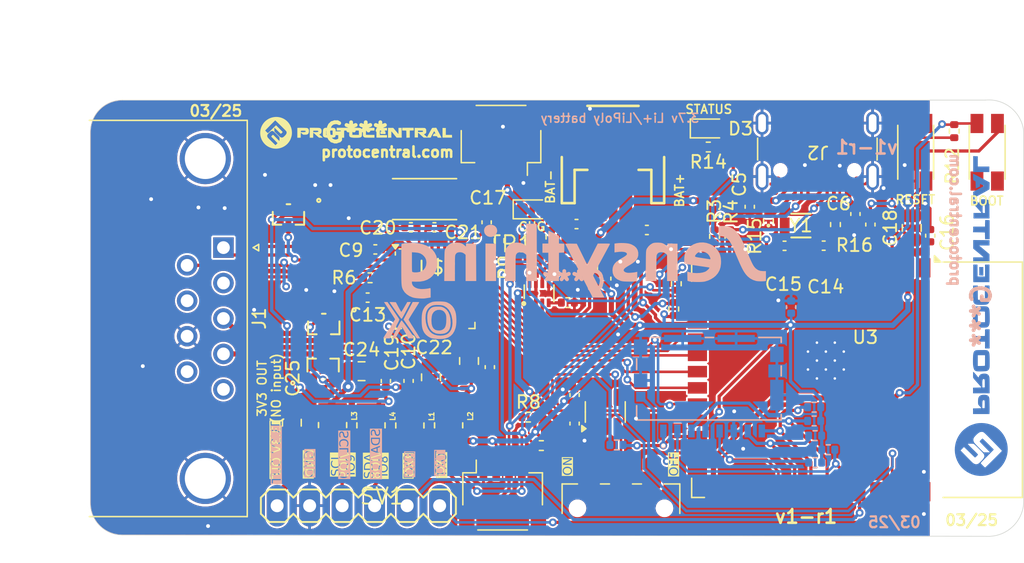
<source format=kicad_pcb>
(kicad_pcb (version 20241229) (generator "pcbnew") (generator_version "9.0")
  (layers (0 "F.Cu" signal) (2 "B.Cu" signal) (13 "F.Paste" user) (15 "B.Paste" user) (5 "F.SilkS" user "F.Silkscreen") (7 "B.SilkS" user "B.Silkscreen") (1 "F.Mask" user) (3 "B.Mask" user) (25 "Edge.Cuts" user))
  (net 0 "")
  (net 1 "GND")
  (net 2 "+3V3")
  (net 3 "ADC_RDY")
  (net 4 "~{ADC_RESET}")
  (net 5 "~{AFE_PDN}")
  (net 6 "DIAG_END")
  (net 7 "Net-(U$2-XOUT)")
  (net 8 "CHIP_PU")
  (net 9 "0")
  (net 10 "Net-(U$2-BG)")
  (net 11 "SPO2_MISO")
  (net 12 "SPO2_SCK")
  (net 13 "SPO2_MOSI")
  (net 14 "SPO2_CS0")
  (net 15 "SCL")
  (net 16 "SDA")
  (net 17 "UART_TX")
  (net 18 "UART_RX")
  (net 19 "VS")
  (net 20 "Net-(U$2-XIN)")
  (net 21 "SDMMC1_CK")
  (net 22 "LED1")
  (net 23 "USB_D+")
  (net 24 "USB_D-")
  (net 25 "SDMMC1_D0")
  (net 26 "SD_DETECT")
  (net 27 "SDMMC1_D2")
  (net 28 "SDMMC1_D1")
  (net 29 "VUSB")
  (net 32 "Net-(TP1-1)")
  (net 33 "PWR_ON")
  (net 34 "SDMMC1_CMD")
  (net 35 "VBATT")
  (net 36 "SDMMC1_D3")
  (net 43 "Net-(C9-Pad1)")
  (net 50 "EXT_SPI_CS")
  (net 52 "Net-(U3-IO15)")
  (net 53 "Net-(U3-IO16)")
  (net 54 "Net-(J2-CC2)")
  (net 55 "Net-(J2-D+-PadA6)")
  (net 56 "Net-(J2-D--PadA7)")
  (net 57 "Net-(J2-CC1)")
  (net 58 "Net-(D3-K)")
  (net 63 "Net-(U10-PROG)")
  (net 65 "BAT_POWER")
  (net 66 "FUEL_GAUGE_~{ALRT}")
  (net 68 "Net-(U2-~{ON})")
  (net 69 "Net-(D4-K)")
  (net 70 "Net-(D4-A)")
  (net 71 "/LED_DRV_SUP")
  (net 72 "/TX_CTRL_SUP")
  (net 73 "/RX_DIG_SUP")
  (net 74 "/RX_ANA_SUP")
  (net 75 "/TXP")
  (net 76 "/INN")
  (net 77 "/INP")
  (net 78 "/VCM")
  (net 85 "Net-(D5-CA)")
  (footprint "Package_TO_SOT_SMD:SOT-23-5" (layer "F.Cu") (at 43.4239 20.67264 90)
    (property "Reference" "U10")
    (property "Value" "MCP73831" (hide yes))
  )
  (footprint "Capacitor_SMD:C_0402_1005Metric" (layer "F.Cu") (at 56.8889 16.54514 -90)
    (property "Reference" "C5")
    (property "Value" "4.7uF" (hide yes))
  )
  (footprint "Capacitor_SMD:C_0402_1005Metric" (layer "F.Cu") (at 45.6739 22.16014 -90)
    (property "Reference" "C46")
    (property "Value" "2.2uF" (hide yes))
  )
  (footprint "pc_OpenOx-ESP32_v1.2:BTN_KMR2_4.6X2.8" (layer "F.Cu") (at 75.4489 12.28514 90)
    (property "Reference" "SW1")
    (property "Value" "KMR2" (hide yes))
  )
  (footprint "ECS_327_12_5_34B:XTAL_ECS-31B_ECS-L" (layer "F.Cu") (at 60.8889 18.01514)
    (property "Reference" "Y1")
    (property "Value" "ECS-.327-12.5-34B" (hide yes))
  )
  (footprint "Capacitor_SMD:C_0402_1005Metric" (layer "F.Cu") (at 32.2439 18.14697 180)
    (property "Reference" "C21")
    (property "Value" "22p" (hide yes))
  )
  (footprint "Capacitor_SMD:C_0805_2012Metric" (layer "F.Cu") (at 34.9489 28.59697 90)
    (property "Reference" "C23")
    (property "Value" "10uF" (hide yes))
  )
  (footprint "Resistor_SMD:R_0402_1005Metric" (layer "F.Cu") (at 42.6739 24.03514)
    (property "Reference" "R33")
    (property "Value" "100k" (hide yes))
  )
  (footprint "Resistor_SMD:R_0402_1005Metric" (layer "F.Cu") (at 50.9489 24.53514 90)
    (property "Reference" "R35")
    (property "Value" "10k" (hide yes))
  )
  (footprint "Capacitor_SMD:C_0402_1005Metric" (layer "F.Cu") (at 36.3239 17.75697 90)
    (property "Reference" "C17")
    (property "Value" "0.1u" (hide yes))
  )
  (footprint "Resistor_SMD:R_0402_1005Metric" (layer "F.Cu") (at 54.1389 18.85514 -90)
    (property "Reference" "R3")
    (property "Value" "0R" (hide yes))
  )
  (footprint "Capacitor_SMD:C_0402_1005Metric" (layer "F.Cu") (at 62.6689 19.58514 180)
    (property "Reference" "C14")
    (property "Value" "12pF" (hide yes))
  )
  (footprint "Connector_JST:JST_SH_SM04B-SRSS-TB_1x04-1MP_P1.00mm_Horizontal" (layer "F.Cu") (at 37.4489 11.31014 180)
    (property "Reference" "J6")
    (property "Value" "Qwiic2" (hide yes))
  )
  (footprint "Resistor_SMD:R_0402_1005Metric" (layer "F.Cu") (at 40.5989 35.21014)
    (property "Reference" "R7")
    (property "Value" "10K" (hide yes))
  )
  (footprint "Resistor_SMD:R_0402_1005Metric" (layer "F.Cu") (at 41.3489 18.90697 90)
    (property "Reference" "R32")
    (property "Value" "2.2k" (hide yes))
  )
  (footprint "Capacitor_SMD:C_0402_1005Metric" (layer "F.Cu") (at 65.1489 17.11014 -90)
    (property "Reference" "C6")
    (property "Value" "100nF" (hide yes))
  )
  (footprint "Connector_Dsub:DSUB-9_Pins_Horizontal_P2.77x2.84mm_EdgePinOffset7.70mm_Housed_MountingHolesOffset9.12mm" (layer "F.Cu") (at 15.7539 19.73697 -90)
    (property "Reference" "J1")
    (property "Value" "DE9_Socket_MountingHoles" (hide yes))
  )
  (footprint "BAV99W:SOT-323_DIO" (layer "F.Cu") (at 23.593899 25.706971 180)
    (property "Reference" "D5")
    (property "Value" "D_ACACSOT323" (hide yes))
  )
  (footprint "BAV99W:SOT-323_DIO" (layer "F.Cu") (at 23.5439 29.21697)
    (property "Reference" "D6")
    (property "Value" "D_ACACSOT323" (hide yes))
  )
  (footprint "Resistor_SMD:R_0402_1005Metric" (layer "F.Cu") (at 53.6489 11.87514 180)
    (property "Reference" "R14")
    (property "Value" "330R" (hide yes))
  )
  (footprint "Capacitor_SMD:C_0402_1005Metric" (layer "F.Cu") (at 30.2239 30.15697 90)
    (property "Reference" "C10")
    (property "Value" "1u" (hide yes))
  )
  (footprint "Capacitor_SMD:C_0805_2012Metric" (layer "F.Cu") (at 69.5489 18.19514 90)
    (property "Reference" "C18")
    (property "Value" "10uF" (hide yes))
  )
  (footprint "pc_OpenOx-ESP32_v1.2:BTN_KMR2_4.6X2.8" (layer "F.Cu") (at 69.8589 12.28514 -90)
    (property "Reference" "SW2")
    (property "Value" "KMR2" (hide yes))
  )
  (footprint "BAV99W:SOT-323_DIO" (layer "F.Cu") (at 20.8339 17.14697 180)
    (property "Reference" "D7")
    (property "Value" "D_ACACSOT323" (hide yes))
  )
  (footprint "Capacitor_SMD:C_0805_2012Metric" (layer "F.Cu") (at 31.9739 29.87197 90)
    (property "Reference" "C22")
    (property "Value" "10uF" (hide yes))
  )
  (footprint "MAKK2520:INDC2520X100N" (layer "F.Cu") (at 27.2839 33.62697 -90)
    (property "Reference" "L4")
    (property "Value" "MAKK2520H100M" (hide yes))
  )
  (footprint "LED_SMD:LED_0603_1608Metric" (layer "F.Cu") (at 39.8864 16.74697)
    (property "Reference" "D4")
    (property "Value" "Red" (hide yes))
  )
  (footprint "pc_OpenOx-ESP32_v1.2:MA06-1" (layer "F.Cu") (at 26.3 39.91)
    (property "Reference" "SV1")
    (property "Value" "MA06-1" (hide yes))
  )
  (footprint "Capacitor_SMD:C_0402_1005Metric" (layer "F.Cu") (at 48.8489 18.36014)
    (property "Reference" "C50")
    (property "Value" "0.1uF" (hide yes))
  )
  (footprint "Capacitor_SMD:C_0402_1005Metric" (layer "F.Cu") (at 59.6089 19.59514 180)
    (property "Reference" "C15")
    (property "Value" "12pF" (hide yes))
  )
  (footprint "Capacitor_SMD:C_0402_1005Metric" (layer "F.Cu") (at 36.5739 29.07697 90)
    (property "Reference" "C12")
    (property "Value" "0.1u" (hide yes))
  )
  (footprint "Resistor_SMD:R_0402_1005Metric" (layer "F.Cu") (at 58.3489 17.65514 90)
    (property "Reference" "R15")
    (property "Value" "5.1K" (hide yes))
  )
  (footprint "Capacitor_SMD:C_0805_2012Metric" (layer "F.Cu") (at 26.5489 29.39697)
    (property "Reference" "C24")
    (property "Value" "10uF" (hide yes))
  )
  (footprint "Connector_USB:USB_C_Receptacle_GCT_USB4105-xx-A_16P_TopMnt_Horizontal" (layer "F.Cu") (at 62.1739 11.08514 180)
    (property "Reference" "J2")
    (property "Value" "USB_C_Receptacle_USB2.0_16P" (hide yes))
  )
  (footprint "Capacitor_SMD:C_0402_1005Metric" (layer "F.Cu") (at 43.1989 33.49014 -90)
    (property "Reference" "C8")
    (property "Value" "1u" (hide yes))
  )
  (footprint "SparkFun-Connector:JST_SMD_2.0mm-2" (layer "F.Cu") (at 46.1989 11.66014)
    (property "Reference" "J5")
    (property "Value" "JST_2mm_LiPo" (hide yes))
  )
  (footprint "SparkFun-Semiconductor-Standard:DFN-8" (layer "F.Cu") (at 48.14503 20.83514 -90)
    (property "Reference" "U1")
    (property "Value" "MAX17048" (hide yes))
  )
  (footprint "MAKK2520:INDC2520X100N" (layer "F.Cu") (at 24.2839 33.60697 -90)
    (property "Reference" "L3")
    (property "Value" "MAKK2520H100M" (hide yes))
  )
  (footprint "SparkFun-Semiconductor-Standard:SOT-583-8" (layer "F.Cu") (at 40.4239 23.31014 90)
    (property "Reference" "U2")
    (property "Value" "LM66200" (hide yes))
  )
  (footprint "RF_Module:ESP32-S3-WROOM-1" (layer "F.Cu") (at 65.2989 30.06514 -90)
    (property "Reference" "U3")
    (property "Value" "ESP32-S3-WROOM-1" (hide yes))
  )
  (footprint "LED_SMD:LED_0603_1608Metric" (layer "F.Cu") (at 53.7289 10.42514)
    (property "Reference" "D3")
    (property "Value" "LED" (hide yes))
  )
  (footprint "Capacitor_SMD:C_0402_1005Metric" (layer "F.Cu") (at 43.3489 17.89697 180)
    (property "Reference" "C45")
    (property "Value" "2.2uF" (hide yes))
  )
  (footprint "Package_DFN_QFN:Texas_RHA_VQFN-40-1EP_6x6mm_P0.5mm_EP4.6x4.6mm" (layer "F.Cu") (at 32.3 22.95)
    (property "Reference" "U$2")
    (property "Value" "AFE4400" (hide yes))
  )
  (footprint "Package_TO_SOT_SMD:SOT-23-5" (layer "F.Cu") (at 45.5989 32.58514 90)
    (property "Reference" "U5")
    (property "Value" "AP2112K-3.3" (hide yes))
  )
  (footprint "LOGO" (layer "F.Cu") (at 26.1239 10.76014)
    (property "Reference" "G***")
    (property "Value" "LOGO" (hide yes))
  )
  (footprint "Capacitor_SMD:C_0402_1005Metric" (layer "F.Cu") (at 30.4039 18.14697)
    (property "Reference" "C20")
    (property "Value" "22p" (hide yes))
  )
  (footprint "Capacitor_SMD:C_0402_1005Metric" (layer "F.Cu") (at 27.0239 23.64697 180)
    (property "Reference" "C13")
    (property "Value" "2.2u" (hide yes))
  )
  (footprint "Resistor_SMD:R_0402_1005Metric" (layer "F.Cu") (at 55.3389 18.84514 -90)
    (property "Reference" "R4")
    (property "Value" "0R" (hide yes))
  )
  (footprint "Connector_JST:JST_SH_SM04B-SRSS-TB_1x04-1MP_P1.00mm_Horizontal" (layer "F.Cu") (at 37.5739 39.12197)
    (property "Reference" "J3")
    (property "Value" "Qwiic2" (hide yes))
  )
  (footprint "Resistor_SMD:R_0402_1005Metric" (layer "F.Cu") (at 63.5889 17.93514 90)
    (property "Reference" "R16")
    (property "Value" "5.1K" (hide yes))
  )
  (footprint "Resistor_SMD:R_0402_1005Metric" (layer "F.Cu") (at 39.9989 20.56014 180)
    (property "Reference" "R31")
    (property "Value" "4.7k" (hide yes))
  )
  (footprint "pc_OpenOx-ESP32_v1.2:PAD.03X.03" (layer "F.Cu") (at 36.4 20.2)
    (property "Reference" "TP1")
    (property "Value" "TEST-POINT3" (hide yes))
  )
  (footprint "Resistor_SMD:R_0402_1005Metric" (layer "F.Cu") (at 27.2139 22.09697 180)
    (property "Reference" "R6")
    (property "Value" "0R" (hide yes))
  )
  (footprint "Resistor_SMD:R_0402_1005Metric" (layer "F.Cu") (at 39.5889 32.98514)
    (property "Reference" "R8")
    (property "Value" "10K" (hide yes))
  )
  (footprint "Capacitor_SMD:C_0402_1005Metric" (layer "F.Cu") (at 43.1989 31.26014 -90)
    (property "Reference" "C11")
    (property "Value" "1u" (hide yes))
  )
  (footprint "Button_Switch_SMD:SW_SPDT_CK_JS102011SAQN" (layer "F.Cu") (at 46.8239 40.11014)
    (property "Reference" "SW3")
    (property "Value" "SW_SPDT" (hide yes))
  )
  (footprint "Resistor_SMD:R_0402_1005Metric" (layer "F.Cu") (at 51.1489 22.56014 -90)
    (property "Reference" "R34")
    (property "Value" "100k" (hide yes))
  )
  (footprint "MAKK2520:INDC2520X100N" (layer "F.Cu") (at 30.3239 33.63697 -90)
    (property "Reference" "L1")
    (property "Value" "MAKK2520H100M" (hide yes))
  )
  (footprint "Capacitor_SMD:C_0402_1005Metric" (layer "F.Cu") (at 28.4489 30.15697 90)
    (property "Reference" "C19")
    (property "Value" "0.1u" (hide yes))
  )
  (footprint "Capacitor_SMD:C_0402_1005Metric" (layer "F.Cu") (at 70.9989 18.80514 90)
    (property "Reference" "C16")
    (property "Value" "100n" (hide yes))
  )
  (footprint "Resistor_SMD:R_0402_1005Metric" (layer "F.Cu") (at 37.2989 19.18697 -90)
    (property "Reference" "R9")
    (property "Value" "0R" (hide yes))
  )
  (footprint "MAKK2520:INDC2520X100N" (layer "F.Cu") (at 33.3539 33.62697 -90)
    (property "Reference" "L2")
    (property "Value" "MAKK2520H100M" (hide yes))
  )
  (footprint "ABM3:XTAL_ABM3-8.000MHZ-B4Y-T" (layer "F.Cu") (at 31.4739 15.94697 180)
    (property "Reference" "U$3")
    (property "Value" "ABM3" (hide yes))
  )
  (footprint "Capacitor_SMD:C_0402_1005Metric" (layer "F.Cu") (at 27.6239 19.87697)
    (property "Reference" "C9")
    (property "Value" "2.2u" (hide yes))
  )
  (footprint "Resistor_SMD:R_0402_1005Metric" (layer "F.Cu") (at 72.8739 10.63514 -90)
    (property "Reference" "R12")
    (property "Value" "10k" (hide yes))
  )
  (footprint "Capacitor_SMD:C_0402_1005Metric" (layer "F.Cu") (at 66.3189 17.93514 90)
    (property "Reference" "R13")
    (property "Value" "10k" (hide yes))
  )
  (footprint "Capacitor_SMD:C_0805_2012Metric" (layer "F.Cu") (at 21.0989 33.42197 -90)
    (property "Reference" "C25")
    (property "Value" "10uF" (hide yes))
  )
  (footprint "Capacitor_SMD:C_0402_1005Metric" (layer "B.Cu") (at 60.1239 24.38514 90)
    (property "Reference" "C29")
    (property "Value" "1uF" (hide yes))
  )
  (footprint "Resistor_SMD:R_0402_1005Metric" (layer "B.Cu") (at 46.4739 35.16014)
    (property "Reference" "R20")
    (property "Value" "10k" (hide yes))
  )
  (footprint "Resistor_SMD:R_0402_1005Metric" (layer "B.Cu") (at 61.9239 32.21014 180)
    (property "Reference" "R18")
    (property "Value" "10k" (hide yes))
  )
  (footprint "LOGO" (layer "B.Cu") (at 43.141434 22.392407 180)
    (property "Reference" "G***")
    (property "Value" "LOGO" (hide yes))
  )
  (footprint "Resistor_SMD:R_0402_1005Metric" (layer "B.Cu") (at 61.9239 33.28514 180)
    (property "Reference" "R22")
    (property "Value" "DNP" (hide yes))
  )
  (footprint "Resistor_SMD:R_0402_1005Metric" (layer "B.Cu") (at 63.0239 35.53514)
    (property "Reference" "R19")
    (property "Value" "10k" (hide yes))
  )
  (footprint "LOGO" (layer "B.Cu") (at 74.9889 25.08514 90)
    (property "Reference" "G***")
    (property "Value" "LOGO" (hide yes))
  )
  (footprint "Resistor_SMD:R_0402_1005Metric" (layer "B.Cu") (at 61.9989 36.53514 180)
    (property "Reference" "R21")
    (property "Value" "DNP" (hide yes))
  )
  (footprint "Resistor_SMD:R_0402_1005Metric" (layer "B.Cu") (at 61.9989 34.43514 180)
    (property "Reference" "R17")
    (property "Value" "10k" (hide yes))
  )
  (footprint "kicad_protocentral_footprints:MOLEX_1051620001" (layer "B.Cu") (at 53.6989 29.98514 180)
    (property "Reference" "J7")
    (property "Value" "1051620001" (hide yes))
  )
  (gr_line (start 78.3 10.65) (end 78.3 39.7) (stroke (width 0.05)) (layer "Edge.Cuts"))
  (gr_arc (start 78.3 39.7) (mid 77.363478 41.610965) (end 75.35 42.3) (stroke (width 0.05)) (layer "Edge.Cuts"))
  (gr_line (start 7.85 8.21) (end 75.3 8.21) (stroke (width 0.05)) (layer "Edge.Cuts"))
  (gr_arc (start 7.85 42.2) (mid 6.082233 41.467767) (end 5.35 39.7) (stroke (width 0.05)) (layer "Edge.Cuts"))
  (gr_arc (start 5.35 10.7) (mid 6.084304 8.937233) (end 7.85 8.21) (stroke (width 0.05)) (layer "Edge.Cuts"))
  (gr_line (start 5.35 39.7) (end 5.35 10.7) (stroke (width 0.05)) (layer "Edge.Cuts"))
  (gr_line (start 75.35 42.3) (end 7.85 42.2) (stroke (width 0.05)) (layer "Edge.Cuts"))
  (gr_arc (start 75.3 8.21) (mid 77.305341 8.80868) (end 78.3 10.65) (stroke (width 0.05)) (layer "Edge.Cuts"))
  (gr_text "CHG" (at 38.7489 18.49697 0) (layer "F.SilkS") (effects (font (size 0.682752 0.682752) (thickness 0.130048)) (justify left bottom)))
  (gr_text "BOOT" (at 73.9989 16.48514 0) (layer "F.SilkS") (effects (font (size 0.682752 0.682752) (thickness 0.130048)) (justify left bottom)))
  (gr_text "SDA\nIO8" (at 28.6989 36.82197 90) (layer "F.SilkS" knockout) (effects (font (size 0.682752 0.682752) (thickness 0.130048)) (justify bottom)))
  (gr_text "SCL\nIO9" (at 26.1239 36.72197 90) (layer "F.SilkS" knockout) (effects (font (size 0.682752 0.682752) (thickness 0.130048)) (justify bottom)))
  (gr_text "TXO" (at 33.2739 37.67197 90) (layer "F.SilkS" knockout) (effects (font (size 0.682752 0.682752) (thickness 0.130048)) (justify left bottom)))
  (gr_text "BAT+" (at 51.7989 16.66014 90) (layer "F.SilkS") (effects (font (size 0.682752 0.682752) (thickness 0.130048)) (justify left bottom)))
  (gr_text "OFF" (at 51.3989 37.61014 90) (layer "F.SilkS" knockout) (effects (font (size 0.682752 0.682752) (thickness 0.130048)) (justify left bottom)))
  (gr_text "protocentral.com" (at 23.2739 12.74697 0) (layer "F.SilkS") (effects (font (size 0.8128 0.8128) (thickness 0.2032)) (justify left bottom)))
  (gr_text "RXO" (at 30.6489 37.82197 90) (layer "F.SilkS" knockout) (effects (font (size 0.682752 0.682752) (thickness 0.130048)) (justify left bottom)))
  (gr_text "STATUS" (at 51.7789 9.32514 0) (layer "F.SilkS") (effects (font (size 0.682752 0.682752) (thickness 0.130048)) (justify left bottom)))
  (gr_text "BAT-" (at 41.6989 16.38514 90) (layer "F.SilkS") (effects (font (size 0.682752 0.682752) (thickness 0.130048)) (justify left bottom)))
  (gr_text "03/25" (at 72.0739 41.53514 0) (layer "F.SilkS") (effects (font (size 0.84328 0.84328) (thickness 0.17272)) (justify left bottom)))
  (gr_text "GND" (at 22.8489 37.77197 90) (layer "F.SilkS" knockout) (effects (font (size 0.682752 0.682752) (thickness 0.130048)) (justify left bottom)))
  (gr_text "3V3 OUT\n(NO input)" (at 19.3239 30.74697 90) (layer "F.SilkS") (effects (font (size 0.69088 0.69088) (thickness 0.12192))))
  (gr_text "ON" (at 43.0989 37.56014 90) (layer "F.SilkS" knockout) (effects (font (size 0.682752 0.682752) (thickness 0.130048)) (justify left bottom)))
  (gr_text "3.3V OUT" (at 20.2489 37.82197 90) (layer "F.SilkS" knockout) (effects (font (size 0.682752 0.682752) (thickness 0.130048)) (justify left bottom)))
  (gr_text "03/25" (at 13 9.55 0) (layer "F.SilkS") (effects (font (size 0.84328 0.84328) (thickness 0.17272)) (justify left bottom)))
  (gr_text "RESET" (at 68.1989 16.38514 0) (layer "F.SilkS") (effects (font (size 0.682752 0.682752) (thickness 0.130048)) (justify left bottom)))
  (gr_text "v1-r1" (at 58.7489 41.38514 0) (layer "F.SilkS") (effects (font (size 1.0668 1.0668) (thickness 0.2032)) (justify left bottom)))
  (gr_text "3.7v Li+/LiPoly battery" (at 52.9989 10.02197 -0) (layer "B.SilkS") (effects (font (size 0.69088 0.69088) (thickness 0.12192)) (justify left bottom mirror)))
  (gr_text "SCL/IO9" (at 25.6239 34.04697 90) (layer "B.SilkS" knockout) (effects (font (size 0.682752 0.682752) (thickness 0.130048)) (justify left bottom mirror)))
  (gr_text "TXO" (at 33.1239 35.62197 90) (layer "B.SilkS" knockout) (effects (font (size 0.682752 0.682752) (thickness 0.130048)) (justify left bottom mirror)))
  (gr_text "03/25" (at 70.35 41.7 0) (layer "B.SilkS") (effects (font (size 0.84328 0.84328) (thickness 0.17272)) (justify left bottom mirror)))
  (gr_text "SDA/IO8" (at 28.0989 33.89697 90) (layer "B.SilkS" knockout) (effects (font (size 0.682752 0.682752) (thickness 0.130048)) (justify left bottom mirror)))
  (gr_text "v1-r1" (at 68.5739 12.52197 0) (layer "B.SilkS") (effects (font (size 1.0668 1.0668) (thickness 0.2032)) (justify left bottom mirror)))
  (gr_text "protocentral.com" (at 72.4739 22.87197 270) (layer "B.SilkS") (effects (font (size 0.8128 0.8128) (thickness 0.2032)) (justify left bottom mirror)))
  (gr_text "3.3V OUT" (at 20.3489 33.64697 90) (layer "B.SilkS" knockout) (effects (font (size 0.682752 0.682752) (thickness 0.130048)) (justify left bottom mirror)))
  (gr_text "RXO" (at 30.7739 35.64697 90) (layer "B.SilkS" knockout) (effects (font (size 0.682752 0.682752) (thickness 0.130048)) (justify left bottom mirror)))
  (gr_text "GND" (at 22.9739 35.49697 90) (layer "B.SilkS" knockout) (effects (font (size 0.682752 0.682752) (thickness 0.130048)) (justify left bottom mirror)))
  (segment (start 28.1039 19.87697) (end 29.91447 19.87697) (width 0.254) (layer "F.Cu") (net 1))
  (segment (start 43.4239 23.01014) (end 43.4489 23.03514) (width 0.2) (layer "F.Cu") (net 1))
  (segment (start 70.9989 16.68514) (end 70.5989 16.28514) (width 0.2) (layer "F.Cu") (net 1))
  (segment (start 47.89503 21.82514) (end 47.89503 21.08514) (width 0.2) (layer "F.Cu") (net 1))
  (segment (start 70.0989 12.18514) (end 68.9989 13.28514) (width 0.254) (layer "F.Cu") (net 1))
  (segment (start 65.9189 14.76514) (end 66.4939 14.19014) (width 0.2) (layer "F.Cu") (net 1))
  (segment (start 74.7989 12.18514) (end 70.0989 12.18514) (width 0.254) (layer "F.Cu") (net 1))
  (segment (start 43.4239 21.81014) (end 43.4239 23.01014) (width 0.2) (layer "F.Cu") (net 1))
  (segment (start 69.6389 17.24514) (end 70.5989 16.28514) (width 0.2) (layer "F.Cu") (net 1))
  (segment (start 70.9989 18.32514) (end 70.9989 16.68514) (width 0.2) (layer "F.Cu") (net 1))
  (segment (start 76.2489 10.34514) (end 76.2489 10.73514) (width 0.254) (layer "F.Cu") (net 1))
  (segment (start 63.9239 14.76514) (end 63.9239 13.33514) (width 0.2) (layer "F.Cu") (net 1))
  (segment (start 76.2489 10.73514) (end 74.7989 12.18514) (width 0.254) (layer "F.Cu") (net 1))
  (segment (start 30.05 19.925) (end 30.05 20.5) (width 0.2) (layer "F.Cu") (net 1))
  (segment (start 32.05 19.925) (end 32.05 22.225) (width 0.3048) (layer "F.Cu") (net 1))
  (segment (start 47.89503 21.08514) (end 48.14503 20.83514) (width 0.2) (layer "F.Cu") (net 1))
  (segment (start 65.3739 14.76514) (end 65.9189 14.76514) (width 0.2) (layer "F.Cu") (net 1))
  (segment (start 29.91447 19.87697) (end 30.05 20.0125) (width 0.254) (layer "F.Cu") (net 1))
  (segment (start 69.5489 17.24514) (end 69.6389 17.24514) (width 0.2) (layer "F.Cu") (net 1))
  (segment (start 32.05 22.225) (end 31.8 22.475) (width 0.3048) (layer "F.Cu") (net 1))
  (via (at 47.9989 33.09697) (size 0.6) (drill 0.3) (layers "F.Cu" "B.Cu") (net 1))
  (via (at 42.2739 30.82197) (size 0.6) (drill 0.3) (layers "F.Cu" "B.Cu") (net 1))
  (via (at 65.0489 18.76014) (size 0.6) (drill 0.3) (layers "F.Cu" "B.Cu") (net 1))
  (via (at 18.15 24.6) (size 0.808) (drill 0.3) (layers "F.Cu" "B.Cu") (net 1))
  (via (at 61.1989 13.28514) (size 0.6) (drill 0.3) (layers "F.Cu" "B.Cu") (net 1))
  (via (at 24.1239 14.84697) (size 0.808) (drill 0.3) (layers "F.Cu" "B.Cu") (net 1))
  (via (at 43.9739 34.82197) (size 0.6) (drill 0.3) (layers "F.Cu" "B.Cu") (net 1))
  (via (at 55.6739 32.53514) (size 0.6) (drill 0.3) (layers "F.Cu" "B.Cu") (net 1))
  (via (at 39.1989 14.68514) (size 0.6) (drill 0.3) (layers "F.Cu" "B.Cu") (net 1))
  (via (at 37.5989 10.28514) (size 0.6) (drill 0.3) (layers "F.Cu" "B.Cu") (net 1))
  (via (at 24.4239 23.14697) (size 0.808) (drill 0.3) (layers "F.Cu" "B.Cu") (net 1))
  (via (at 19 14.05) (size 0.808) (drill 0.3) (layers "F.Cu" "B.Cu") (net 1))
  (via (at 43.4489 23.03514) (size 0.6) (drill 0.3) (layers "F.Cu" "B.Cu") (net 1))
  (via (at 67.3489 15.08514) (size 0.6) (drill 0.3) (layers "F.Cu" "B.Cu") (net 1))
  (via (at 48.14503 20.83514) (size 0.6) (drill 0.3) (layers "F.Cu" "B.Cu") (net 1))
  (via (at 70.4989 37.26014) (size 0.6) (drill 0.3) (layers "F.Cu" "B.Cu") (net 1))
  (via (at 15.85 16.65) (size 0.808) (drill 0.3) (layers "F.Cu" "B.Cu") (net 1))
  (via (at 46.4989 22.68514) (size 0.6) (drill 0.3) (layers "F.Cu" "B.Cu") (net 1))
  (via (at 46.7739 20.83514) (size 0.6) (drill 0.3) (layers "F.Cu" "B.Cu") (net 1))
  (via (at 59.1239 23.86014) (size 0.6) (drill 0.3) (layers "F.Cu" "B.Cu") (net 1))
  (via (at 56.3739 35.46014) (size 0.6) (drill 0.3) (layers "F.Cu" "B.Cu") (net 1))
  (via (at 70.4989 40.56014) (size 0.6) (drill 0.3) (layers "F.Cu" "B.Cu") (net 1))
  (via (at 22.2239 23.04697) (size 0.808) (drill 0.3) (layers "F.Cu" "B.Cu") (net 1))
  (via (at 63.9239 13.33514) (size 0.6) (drill 0.3) (layers "F.Cu" "B.Cu") (net 1))
  (via (at 68.9989 13.28514) (size 0.6) (drill 0.3) (layers "F.Cu" "B.Cu") (net 1))
  (via (at 22.9239 14.84697) (size 0.808) (drill 0.3) (layers "F.Cu" "B.Cu") (net 1))
  (via (at 10.1 15.95) (size 0.808) (drill 0.3) (layers "F.Cu" "B.Cu") (net 1))
  (via (at 14.55 41.5) (size 0.808) (drill 0.3) (layers "F.Cu" "B.Cu") (net 1))
  (via (at 9.45 29) (size 0.808) (drill 0.3) (layers "F.Cu" "B.Cu") (net 1))
  (via (at 13.8 16.6) (size 0.808) (drill 0.3) (layers "F.Cu" "B.Cu") (net 1))
  (via (at 25.5439 17.43697) (size 0.808) (drill 0.3) (layers "F.Cu" "B.Cu") (net 1))
  (via (at 44.3989 8.88514) (size 0.6) (drill 0.3) (layers "F.Cu" "B.Cu") (net 1))
  (via (at 46.5989 26.52197) (size 0.6) (drill 0.3) (layers "F.Cu" "B.Cu") (net 1))
  (via (at 70.5989 16.28514) (size 0.6) (drill 0.3) (layers "F.Cu" "B.Cu") (net 1))
  (segment (start 32.8 22.475) (end 32.8 23.425) (width 0.3048) (layer "B.Cu") (net 1))
  (segment (start 32.8 22.475) (end 31.8 22.475) (width 0.3048) (layer "B.Cu") (net 1))
  (segment (start 55.6339 32.57514) (end 55.6739 32.53514) (width 0.254) (layer "B.Cu") (net 1))
  (segment (start 31.8 23.425) (end 32.8 23.425) (width 0.3048) (layer "B.Cu") (net 1))
  (segment (start 55.6339 34.07014) (end 55.6339 32.57514) (width 0.254) (layer "B.Cu") (net 1))
  (segment (start 66.3189 16.36514) (end 66.3989 16.28514) (width 0.254) (layer "F.Cu") (net 2))
  (segment (start 19.95 39.05087) (end 19.95 39.91) (width 0.508) (layer "F.Cu") (net 2))
  (segment (start 69.5489 19.14514) (end 68.3989 17.99514) (width 0.254) (layer "F.Cu") (net 2))
  (segment (start 69.2889 21.31514) (end 69.2889 19.40514) (width 0.254) (layer "F.Cu") (net 2))
  (segment (start 69.2889 19.40514) (end 69.5489 19.14514) (width 0.254) (layer "F.Cu") (net 2))
  (segment (start 68.3989 16.68514) (end 67.9989 16.28514) (width 0.254) (layer "F.Cu") (net 2))
  (segment (start 40.1139 34.12514) (end 40.1239 34.13514) (width 0.4) (layer "F.Cu") (net 2))
  (segment (start 68.3989 17.99514) (end 68.3989 17.08514) (width 0.254) (layer "F.Cu") (net 2))
  (segment (start 48.2989 25.81014) (end 46.98707 25.81014) (width 0.4) (layer "F.Cu") (net 2))
  (segment (start 68.3989 17.08514) (end 68.3989 16.68514) (width 0.254) (layer "F.Cu") (net 2))
  (segment (start 46.98707 25.81014) (end 46.0739 24.89697) (width 0.4) (layer "F.Cu") (net 2))
  (segment (start 50.9489 25.12014) (end 50.3839 25.12014) (width 0.254) (layer "F.Cu") (net 2))
  (segment (start 35.3239 34.84697) (end 35.2739 34.84697) (width 0.508) (layer "F.Cu") (net 2))
  (segment (start 35.3239 34.84697) (end 33.4639 34.84697) (width 0.508) (layer "F.Cu") (net 2))
  (segment (start 27.94 34.92) (end 27.99 34.97) (width 0.4064) (layer "F.Cu") (net 2))
  (segment (start 30.3139 34.73697) (end 30.3239 34.74697) (width 0.508) (layer "F.Cu") (net 2))
  (segment (start 33.4639 34.84697) (end 33.3539 34.73697) (width 0.508) (layer "F.Cu") (net 2))
  (segment (start 23.99 34.92) (end 23.9 35.01) (width 0.4064) (layer "F.Cu") (net 2))
  (segment (start 41.1089 35.21014) (end 41.1089 35.12014) (width 0.254) (layer "F.Cu") (net 2))
  (segment (start 69.2489 21.35514) (end 69.2889 21.31514) (width 0.4) (layer "F.Cu") (net 2))
  (segment (start 66.3189 17.42514) (end 66.3189 16.36514) (width 0.254) (layer "F.Cu") (net 2))
  (segment (start 69.5389 11.14514) (end 67.9989 12.68514) (width 0.2) (layer "F.Cu") (net 2))
  (segment (start 27.2839 34.73697) (end 30.3139 34.73697) (width 0.508) (layer "F.Cu") (net 2))
  (segment (start 69.2489 23.61014) (end 69.2489 21.35514) (width 0.4) (layer "F.Cu") (net 2))
  (segment (start 54.4989 31.36014) (end 60.0739 25.78514) (width 0.254) (layer "F.Cu") (net 2))
  (segment (start 60.0739 25.78514) (end 60.0989 25.76014) (width 0.254) (layer "F.Cu") (net 2))
  (segment (start 67.9989 12.68514) (end 67.9989 16.28514) (width 0.2) (layer "F.Cu") (net 2))
  (segment (start 40.0989 32.98514) (end 40.0989 34.11014) (width 0.254) (layer "F.Cu") (net 2))
  (segment (start 37.9489 13.31014) (end 37.9489 15.23514) (width 0.4) (layer "F.Cu") (net 2))
  (segment (start 72.8739 11.14514) (end 69.5389 11.14514) (width 0.2) (layer "F.Cu") (net 2))
  (segment (start 24.2839 34.71697) (end 27.2639 34.71697) (width 0.508) (layer "F.Cu") (net 2))
  (segment (start 27.2639 34.71697) (end 27.2839 34.73697) (width 0.508) (layer "F.Cu") (net 2))
  (segment (start 42.3789 31.74014) (end 42.3739 31.73514) (width 0.4) (layer "F.Cu") (net 2))
  (segment (start 37.0739 37.23514) (end 37.0739 35.14697) (width 0.2) (layer "F.Cu") (net 2))
  (segment (start 69.6889 19.28514) (end 69.5489 19.14514) (width 0.254) (layer "F.Cu") (net 2))
  (segment (start 19.95 38.96) (end 19.95 39.91) (width 0.4064) (layer "F.Cu") (net 2))
  (segment (start 46.0739 24.89697) (end 46.0739 23.34697) (width 0.4) (layer "F.Cu") (net 2))
  (segment (start 30.3239 34.74697) (end 33.3439 34.74697) (width 0.508) (layer "F.Cu") (net 2))
  (segment (start 54.4989 32.56514) (end 54.4989 31.36014) (width 0.254) (layer "F.Cu") (net 2))
  (segment (start 40.0989 34.11014) (end 40.1239 34.13514) (width 0.254) (layer "F.Cu") (net 2))
  (segment (start 43.1989 31.74014) (end 42.3789 31.74014) (width 0.4) (layer "F.Cu") (net 2))
  (segment (start 71.1789 19.28514) (end 69.6889 19.28514) (width 0.254) (layer "F.Cu") (net 2))
  (segment (start 23.4 35.01) (end 23.9 35.01) (width 0.4064) (layer "F.Cu") (net 2))
  (segment (start 43.4914 31.44764) (end 43.1989 31.74014) (width 0.254) (layer "F.Cu") (net 2))
  (segment (start 50.3839 25.12014) (end 50.1989 24.93514) (width 0.254) (layer "F.Cu") (net 2))
  (segment (start 33.3439 34.74697) (end 33.3539 34.73697) (width 0.508) (layer "F.Cu") (net 2))
  (segment (start 51.1489 22.05014) (end 51.1489 21.76014) (width 0.2) (layer "F.Cu") (net 2))
  (segment (start 44.6489 31.44764) (end 43.4914 31.44764) (width 0.254) (layer "F.Cu") (net 2))
  (segment (start 24.2839 34.71697) (end 19.95 39.05087) (width 0.508) (layer "F.Cu") (net 2))
  (segment (start 41.1089 35.12014) (end 40.1239 34.13514) (width 0.254) (layer "F.Cu") (net 2))
  (segment (start 51.1489 21.76014) (end 51.6239 21.28514) (width 0.2) (layer "F.Cu") (net 2))
  (segment (start 37.0739 35.14697) (end 36.7739 34.84697) (width 0.2) (layer "F.Cu") (net 2))
  (via (at 48.2989 25.81014) (size 0.6) (drill 0.3) (layers "F.Cu" "B.Cu") (net 2))
  (via (at 69.2489 23.61014) (size 0.6) (drill 0.3) (layers "F.Cu" "B.Cu") (net 2))
  (via (at 35.2739 34.84697) (size 0.6) (drill 0.3) (layers "F.Cu" "B.Cu") (net 2))
  (via (at 42.3739 31.73514) (size 0.6) (drill 0.3) (layers "F.Cu" "B.Cu") (net 2))
  (via (at 51.6239 21.28514) (size 0.6) (drill 0.3) (layers "F.Cu" "B.Cu") (net 2))
  (via (at 60.0739 25.78514) (size 0.6) (drill 0.3) (layers "F.Cu" "B.Cu") (net 2))
  (via (at 46.0739 23.34697) (size 0.6) (drill 0.3) (layers "F.Cu" "B.Cu") (net 2))
  (via (at 40.1239 34.13514) (size 0.6) (drill 0.3) (layers "F.Cu" "B.Cu") (net 2))
  (via (at 36.7739 34.84697) (size 0.6) (drill 0.3) (layers "F.Cu" "B.Cu") (net 2))
  (via (at 54.4989 32.56514) (size 0.6) (drill 0.3) (layers "F.Cu" "B.Cu") (net 2))
  (via (at 67.9989 16.28514) (size 0.6) (drill 0.3) (layers "F.Cu" "B.Cu") (net 2))
  (via (at 50.1989 24.93514) (size 0.6) (drill 0.3) (layers "F.Cu" "B.Cu") (net 2))
  (via (at 37.9489 15.23514) (size 0.6) (drill 0.3) (layers "F.Cu" "B.Cu") (net 2))
  (via (at 66.3989 16.28514) (size 0.6) (drill 0.3) (layers "F.Cu" "B.Cu") (net 2))
  (segment (start 40.1239 34.13514) (end 42.3739 31.88514) (width 0.4) (layer "B.Cu") (net 2))
  (segment (start 62.5139 35.53514) (end 62.5139 34.44014) (width 0.254) (layer "B.Cu") (net 2))
  (segment (start 67.9989 16.28514) (end 66.3989 16.28514) (width 0.254) (layer "B.Cu") (net 2))
  (segment (start 62.4339 31.54514) (end 61.8489 30.96014) (width 0.254) (layer "B.Cu") (net 2))
  (segment (start 62.5089 36.43514) (end 62.5089 35.54014) (width 0.254) (layer "B.Cu") (net 2))
  (segment (start 69.2489 23.61014) (end 69.2489 24.63514) (width 0.4) (layer "B.Cu") (net 2))
  (segment (start 62.5139 34.44014) (end 62.5089 34.43514) (width 0.254) (layer "B.Cu") (net 2))
  (segment (start 45.9639 30.90014) (end 44.5864 29.52264) (width 0.254) (layer "B.Cu") (net 2))
  (segment (start 50.8739 25.81014) (end 68.0739 25.81014) (width 0.4) (layer "B.Cu") (net 2))
  (segment (start 60.1239 24.86514) (end 60.1239 25.73514) (width 0.2) (layer "B.Cu") (net 2))
  (segment (start 45.3489 22.63514) (end 37.9489 15.23514) (width 0.4) (layer "B.Cu") (net 2))
  (segment (start 62.4339 32.21014) (end 62.4339 31.54514) (width 0.254) (layer "B.Cu") (net 2))
  (segment (start 42.3739 31.88514) (end 42.3739 31.73514) (width 0.4) (layer "B.Cu") (net 2))
  (segment (start 46.0739 23.34697) (end 45.36207 22.63514) (width 0.4) (layer "B.Cu") (net 2))
  (segment (start 60.0739 30.18514) (end 60.0739 25.78514) (width 0.254) (layer "B.Cu") (net 2))
  (segment (start 69.2489 24.63514) (end 68.0739 25.81014) (width 0.4) (layer "B.Cu") (net 2))
  (segment (start 45.36207 22.63514) (end 45.3489 22.63514) (width 0.4) (layer "B.Cu") (net 2))
  (segment (start 60.1239 25.73514) (end 60.0739 25.78514) (width 0.2) (layer "B.Cu") (net 2))
  (segment (start 50.8739 22.03514) (end 50.8739 25.81014) (width 0.2) (layer "B.Cu") (net 2))
  (segment (start 50.1989 24.93514) (end 50.1989 25.81014) (width 0.254) (layer "B.Cu") (net 2))
  (segment (start 40.1239 34.21014) (end 40.1239 34.13514) (width 0.4) (layer "B.Cu") (net 2))
  (segment (start 53.4339 34.07014) (end 53.4339 33.63014) (width 0.254) (layer "B.Cu") (net 2))
  (segment (start 61.8489 30.96014) (end 60.8489 30.96014) (width 0.254) (layer "B.Cu") (net 2))
  (segment (start 62.5089 35.54014) (end 62.5139 35.53514) (width 0.254) (layer "B.Cu") (net 2))
  (segment (start 45.9639 35.16014) (end 45.9639 30.90014) (width 0.254) (layer "B.Cu") (net 2))
  (segment (start 51.6239 21.28514) (end 50.8739 22.03514) (width 0.2) (layer "B.Cu") (net 2))
  (segment (start 39.41207 34.84697) (end 36.7739 34.84697) (width 0.4) (layer "B.Cu") (net 2))
  (segment (start 60.8489 30.96014) (end 60.0739 30.18514) (width 0.254) (layer "B.Cu") (net 2))
  (segment (start 62.5089 34.43514) (end 62.5089 33.36014) (width 0.254) (layer "B.Cu") (net 2))
  (segment (start 48.2989 25.81014) (end 50.1989 25.81014) (width 0.4) (layer "B.Cu") (net 2))
  (segment (start 53.4339 33.63014) (end 54.4989 32.56514) (width 0.254) (layer "B.Cu") (net 2))
  (segment (start 36.7739 34.84697) (end 35.2739 34.84697) (width 0.4) (layer "B.Cu") (net 2))
  (segment (start 62.4339 33.28514) (end 62.4339 32.21014) (width 0.254) (layer "B.Cu") (net 2))
  (segment (start 50.1989 25.81014) (end 50.8739 25.81014) (width 0.4) (layer "B.Cu") (net 2))
  (segment (start 42.3739 31.73514) (end 44.5864 29.52264) (width 0.4) (layer "B.Cu") (net 2))
  (segment (start 62.5089 33.36014) (end 62.4339 33.28514) (width 0.254) (layer "B.Cu") (net 2))
  (segment (start 40.1239 34.13514) (end 39.41207 34.84697) (width 0.4) (layer "B.Cu") (net 2))
  (segment (start 44.5864 29.52264) (end 48.2989 25.81014) (width 0.4) (layer "B.Cu") (net 2))
  (segment (start 35.2375 21.7) (end 36.15193 21.7) (width 0.2) (layer "F.Cu") (net 3))
  (segment (start 41.90527 27.45334) (end 48.96753 27.45334) (width 0.2) (layer "F.Cu") (net 3))
  (segment (start 36.15193 21.7) (end 41.90527 27.45334) (width 0.2) (layer "F.Cu") (net 3))
  (segment (start 48.96753 27.45334) (end 49.4739 26.94697) (width 0.2) (layer "F.Cu") (net 3))
  (segment (start 50.7139 31.97014) (end 50.6239 32.06014) (width 0.2) (layer "F.Cu") (net 3))
  (segment (start 52.7989 31.97014) (end 50.7139 31.97014) (width 0.2) (layer "F.Cu") (net 3))
  (via (at 50.6239 32.06014) (size 0.6) (drill 0.3) (layers "F.Cu" "B.Cu") (net 3))
  (via (at 49.4739 26.94697) (size 0.6) (drill 0.3) (layers "F.Cu" "B.Cu") (net 3))
  (segment (start 49.4739 26.94697) (end 49.7239 27.19697) (width 0.2) (layer "B.Cu") (net 3))
  (segment (start 49.7239 31.777976) (end 49.917894 31.97197) (width 0.2) (layer "B.Cu") (net 3))
  (segment (start 49.7239 27.19697) (end 49.7239 31.777976) (width 0.2) (layer "B.Cu") (net 3))
  (segment (start 49.917894 31.97197) (end 50.6239 31.97197) (width 0.2) (layer "B.Cu") (net 3))
  (segment (start 50.6239 31.97197) (end 50.6239 32.06014) (width 0.2) (layer "B.Cu") (net 3))
  (segment (start 62.4989 22.74697) (end 62.9389 22.30697) (width 0.2) (layer "F.Cu") (net 4))
  (segment (start 50.7364 19.85947) (end 52.5614 19.85947) (width 0.2) (layer "F.Cu") (net 4))
  (segment (start 53.3455 22.31854) (end 53.69547 22.31854) (width 0.2) (layer "F.Cu") (net 4))
  (segment (start 52.5614 19.85947) (end 53.0239 20.32197) (width 0.2) (layer "F.Cu") (net 4))
  (segment (start 37.2989 20.57197) (end 37.0239 20.84697) (width 0.2) (layer "F.Cu") (net 4))
  (segment (start 36.67087 21.2) (end 35.325 21.2) (width 0.254) (layer "F.Cu") (net 4))
  (segment (start 37.0239 20.84697) (end 36.67087 21.2) (width 0.254) (layer "F.Cu") (net 4))
  (segment (start 54.1239 22.74697) (end 62.4989 22.74697) (width 0.2) (layer "F.Cu") (net 4))
  (segment (start 53.0239 20.32197) (end 53.0239 21.99694) (width 0.2) (layer "F.Cu") (net 4))
  (segment (start 37.2989 19.69697) (end 37.2989 20.57197) (width 0.2) (layer "F.Cu") (net 4))
  (segment (start 53.69547 22.31854) (end 54.1239 22.74697) (width 0.2) (layer "F.Cu") (net 4))
  (segment (start 53.0239 21.99694) (end 53.3455 22.31854) (width 0.2) (layer "F.Cu") (net 4))
  (segment (start 62.9389 21.31514) (end 62.9389 20.703556) (width 0.254) (layer "F.Cu") (net 4))
  (segment (start 62.9389 22.30697) (end 62.9389 21.31514) (width 0.2) (layer "F.Cu") (net 4))
  (via (at 37.0239 20.84697) (size 0.6) (drill 0.3) (layers "F.Cu" "B.Cu") (net 4))
  (via (at 50.7364 19.85947) (size 0.6) (drill 0.3) (layers "F.Cu" "B.Cu") (net 4))
  (segment (start 39.606526 20.84697) (end 37.0239 20.84697) (width 0.2) (layer "B.Cu") (net 4))
  (segment (start 50.7364 19.85947) (end 46.6955 23.90037) (width 0.2) (layer "B.Cu") (net 4))
  (segment (start 46.6955 23.90037) (end 42.659926 23.90037) (width 0.2) (layer "B.Cu") (net 4))
  (segment (start 42.659926 23.90037) (end 39.606526 20.84697) (width 0.2) (layer "B.Cu") (net 4))
  (segment (start 41.883072 32.47674) (end 50.257874 32.47674) (width 0.2) (layer "F.Cu") (net 5))
  (segment (start 51.021274 33.24014) (end 52.7989 33.24014) (width 0.2) (layer "F.Cu") (net 5))
  (segment (start 37.016162 25.64697) (end 41.470031 30.100839) (width 0.2) (layer "F.Cu") (net 5))
  (segment (start 34.55 25.8875) (end 34.79053 25.64697) (width 0.2) (layer "F.Cu") (net 5))
  (segment (start 41.470031 32.063699) (end 41.883072 32.47674) (width 0.2) (layer "F.Cu") (net 5))
  (segment (start 34.79053 25.64697) (end 37.016162 25.64697) (width 0.2) (layer "F.Cu") (net 5))
  (segment (start 50.257874 32.47674) (end 51.021274 33.24014) (width 0.2) (layer "F.Cu") (net 5))
  (segment (start 41.470031 30.100839) (end 41.470031 32.063699) (width 0.2) (layer "F.Cu") (net 5))
  (segment (start 37.068976 25.2) (end 41.515946 29.64697) (width 0.2) (layer "F.Cu") (net 6))
  (segment (start 35.2375 25.2) (end 37.068976 25.2) (width 0.2) (layer "F.Cu") (net 6))
  (segment (start 41.515946 29.64697) (end 46.3739 29.64697) (width 0.2) (layer "F.Cu") (net 6))
  (segment (start 68.0189 35.85197) (end 68.0489 35.82197) (width 0.2) (layer "F.Cu") (net 6))
  (segment (start 68.0189 38.81514) (end 68.0189 35.85197) (width 0.2) (layer "F.Cu") (net 6))
  (via (at 68.0489 35.82197) (size 0.6) (drill 0.3) (layers "F.Cu" "B.Cu") (net 6))
  (via (at 46.3739 29.64697) (size 0.6) (drill 0.3) (layers "F.Cu" "B.Cu") (net 6))
  (segment (start 48.6273 37.02537) (end 51.9239 40.32197) (width 0.2) (layer "B.Cu") (net 6))
  (segment (start 64.5989 40.32197) (end 68.0489 36.87197) (width 0.2) (layer "B.Cu") (net 6))
  (segment (start 48.6273 34.980914) (end 48.6273 37.02537) (width 0.2) (layer "B.Cu") (net 6))
  (segment (start 46.3739 29.64697) (end 46.3739 32.727514) (width 0.2) (layer "B.Cu") (net 6))
  (segment (start 46.3739 32.727514) (end 48.6273 34.980914) (width 0.2) (layer "B.Cu") (net 6))
  (segment (start 51.9239 40.32197) (end 64.5989 40.32197) (width 0.2) (layer "B.Cu") (net 6))
  (segment (start 68.0489 36.87197) (end 68.0489 35.82197) (width 0.2) (layer "B.Cu") (net 6))
  (segment (start 31.7639 17.70697) (end 33.5239 15.94697) (width 0.2) (layer "F.Cu") (net 7))
  (segment (start 31.7639 18.14697) (end 31.7639 17.70697) (width 0.2) (layer "F.Cu") (net 7))
  (segment (start 31.55 20.0125) (end 31.55 18.36087) (width 0.2) (layer "F.Cu") (net 7))
  (segment (start 31.55 18.36087) (end 31.7639 18.14697) (width 0.2) (layer "F.Cu") (net 7))
  (segment (start 69.23635 16.16374) (end 70.6989 14.70119) (width 0.254) (layer "F.Cu") (net 8))
  (segment (start 67.5289 18.44514) (end 67.5589 18.41514) (width 0.254) (layer "F.Cu") (net 8))
  (segment (start 68.0189 21.31514) (end 68.0189 19.30514) (width 0.254) (layer "F.Cu") (net 8))
  (segment (start 67.5589 18.84514) (end 67.9989 19.28514) (width 0.254) (layer "F.Cu") (net 8))
  (segment (start 70.6989 14.70119) (end 70.6989 14.31567) (width 0.254) (layer "F.Cu") (net 8))
  (segment (start 68.0189 19.30514) (end 67.9989 19.28514) (width 0.254) (layer "F.Cu") (net 8))
  (segment (start 66.3189 18.44514) (end 67.5289 18.44514) (width 0.254) (layer "F.Cu") (net 8))
  (segment (start 67.5589 18.41514) (end 67.5589 18.84514) (width 0.254) (layer "F.Cu") (net 8))
  (via (at 69.23635 16.16374) (size 0.858) (drill 0.35) (layers "F.Cu" "B.Cu") (net 8))
  (via (at 67.9989 19.28514) (size 0.6) (drill 0.3) (layers "F.Cu" "B.Cu") (net 8))
  (segment (start 69.23635 16.16374) (end 69.23635 18.04769) (width 0.254) (layer "B.Cu") (net 8))
  (segment (start 69.23635 18.04769) (end 67.9989 19.28514) (width 0.254) (layer "B.Cu") (net 8))
  (segment (start 71.9219 10.08514) (end 71.8239 10.08514) (width 0.254) (layer "F.Cu") (net 9))
  (segment (start 68.5989 31.08514) (end 68.1989 31.48514) (width 0.4) (layer "F.Cu") (net 9))
  (segment (start 74.6489 10.03514) (end 72.9639 10.03514) (width 0.2) (layer "F.Cu") (net 9))
  (segment (start 68.1989 31.48514) (end 58.7989 31.48514) (width 0.4) (layer "F.Cu") (net 9))
  (segment (start 71.9619 10.12514) (end 71.9219 10.08514) (width 0.2) (layer "F.Cu") (net 9))
  (segment (start 72.9639 10.03514) (end 72.8739 10.12514) (width 0.2) (layer "F.Cu") (net 9))
  (segment (start 54.0489 36.23514) (end 54.0489 38.81514) (width 0.4) (layer "F.Cu") (net 9))
  (segment (start 72.8739 10.12514) (end 71.9619 10.12514) (width 0.2) (layer "F.Cu") (net 9))
  (segment (start 58.7989 31.48514) (end 54.0489 36.23514) (width 0.4) (layer "F.Cu") (net 9))
  (via (at 68.5989 31.08514) (size 0.6) (drill 0.3) (layers "F.Cu" "B.Cu") (net 9))
  (via (at 71.9219 10.08514) (size 0.6) (drill 0.3) (layers "F.Cu" "B.Cu") (net 9))
  (segment (start 69.9989 30.46014) (end 69.9989 12.00814) (width 0.254) (layer "B.Cu") (net 9))
  (segment (start 69.3739 31.08514) (end 69.9989 30.46014) (width 0.254) (layer "B.Cu") (net 9))
  (segment (start 69.9989 12.00814) (end 71.9219 10.08514) (width 0.254) (layer "B.Cu") (net 9))
  (segment (start 68.5989 31.08514) (end 69.3739 31.08514) (width 0.254) (layer "B.Cu") (net 9))
  (segment (start 27.9 23.7) (end 27.84697 23.64697) (width 0.3048) (layer "F.Cu") (net 10))
  (segment (start 29.275 23.7) (end 27.9 23.7) (width 0.3048) (layer "F.Cu") (net 10))
  (segment (start 27.84697 23.64697) (end 27.5039 23.64697) (width 0.3048) (layer "F.Cu") (net 10))
  (segment (start 47.0489 28.54697) (end 41.441491 28.54697) (width 0.2) (layer "F.Cu") (net 11))
  (segment (start 41.441491 28.54697) (end 36.094521 23.2) (width 0.2) (layer "F.Cu") (net 11))
  (segment (start 47.3239 30.04697) (end 47.9739 30.69697) (width 0.2) (layer "F.Cu") (net 11))
  (segment (start 47.21447 28.71254) (end 47.0489 28.54697) (width 0.2) (layer "F.Cu") (net 11))
  (segment (start 36.094521 23.2) (end 35.2375 23.2) (width 0.2) (layer "F.Cu") (net 11))
  (segment (start 52.79573 30.69697) (end 52.7989 30.70014) (width 0.2) (layer "F.Cu") (net 11))
  (segment (start 47.9739 30.69697) (end 52.79573 30.69697) (width 0.2) (layer "F.Cu") (net 11))
  (segment (start 47.3239 28.71254) (end 47.21447 28.71254) (width 0.2) (layer "F.Cu") (net 11))
  (segment (start 52.6139 30.88514) (end 52.7989 30.70014) (width 0.2) (layer "F.Cu") (net 11))
  (via (at 47.3239 28.71254) (size 0.6) (drill 0.3) (layers "F.Cu" "B.Cu") (net 11))
  (via (at 47.3239 30.04697) (size 0.6) (drill 0.3) (layers "F.Cu" "B.Cu") (net 11))
  (segment (start 47.3239 30.04697) (end 47.3239 28.71254) (width 0.2) (layer "B.Cu") (net 11))
  (segment (start 52.7989 29.43014) (end 52.78207 29.44697) (width 0.2) (layer "F.Cu") (net 12))
  (segment (start 52.78207 29.44697) (end 47.166274 29.44697) (width 0.2) (layer "F.Cu") (net 12))
  (segment (start 47.166274 29.44697) (end 46.7705 29.051196) (width 0.2) (layer "F.Cu") (net 12))
  (segment (start 36.06876 23.7) (end 35.2375 23.7) (width 0.2) (layer "F.Cu") (net 12))
  (segment (start 41.41573 29.04697) (end 36.06876 23.7) (width 0.2) (layer "F.Cu") (net 12))
  (segment (start 46.7705 29.051196) (end 46.7705 29.04697) (width 0.2) (layer "F.Cu") (net 12))
  (segment (start 46.7705 29.04697) (end 41.41573 29.04697) (width 0.2) (layer "F.Cu") (net 12))
  (segment (start 52.7989 28.16014) (end 41.554444 28.16014) (width 0.2) (layer "F.Cu") (net 13))
  (segment (start 41.554444 28.16014) (end 36.094304 22.7) (width 0.2) (layer "F.Cu") (net 13))
  (segment (start 36.094304 22.7) (end 35.2375 22.7) (width 0.2) (layer "F.Cu") (net 13))
  (segment (start 36.240687 22.3466) (end 36.094087 22.2) (width 0.2) (layer "F.Cu") (net 14))
  (segment (start 50.4739 27.80674) (end 41.700827 27.80674) (width 0.2) (layer "F.Cu") (net 14))
  (segment (start 51.3905 26.89014) (end 50.4739 27.80674) (width 0.2) (layer "F.Cu") (net 14))
  (segment (start 36.447704 22.553617) (end 36.240687 22.3466) (width 0.2) (layer "F.Cu") (net 14))
  (segment (start 36.240687 22.3466) (end 36.240688 22.3466) (width 0.2) (layer "F.Cu") (net 14))
  (segment (start 36.094087 22.2) (end 35.2375 22.2) (width 0.2) (layer "F.Cu") (net 14))
  (segment (start 52.7989 26.89014) (end 51.3905 26.89014) (width 0.2) (layer "F.Cu") (net 14))
  (segment (start 41.700827 27.80674) (end 36.447704 22.553617) (width 0.2) (layer "F.Cu") (net 14))
  (segment (start 48.39503 23.85627) (end 49.5219 24.98314) (width 0.254) (layer "F.Cu") (net 15))
  (segment (start 39.0739 37.23514) (end 39.0739 34.22774) (width 0.2) (layer "F.Cu") (net 15))
  (segment (start 37.8993 17.534336) (end 37.8993 21.67157) (width 0.254) (layer "F.Cu") (net 15))
  (segment (start 25.6739 36.89697) (end 25.0364 37.53447) (width 0.254) (layer "F.Cu") (net 15))
  (segment (start 40.0889 35.15754) (end 39.1165 34.18514) (width 0.2) (layer "F.Cu") (net 15))
  (segment (start 35.9489 15.583936) (end 37.8993 17.534336) (width 0.254) (layer "F.Cu") (net 15))
  (segment (start 48.39503 21.82514) (end 48.39503 23.85627) (width 0.254) (layer "F.Cu") (net 15))
  (segment (start 40.0889 35.21014) (end 40.0889 35.15754) (width 0.2) (layer "F.Cu") (net 15))
  (segment (start 39.0739 34.22774) (end 39.1165 34.18514) (width 0.2) (layer "F.Cu") (net 15))
  (segment (start 35.5739 38.77197) (end 33.6989 36.89697) (width 0.254) (layer "F.Cu") (net 15))
  (segment (start 49.5219 25.215563) (end 49.976877 25.67054) (width 0.254) (layer "F.Cu") (net 15))
  (segment (start 33.6989 36.89697) (end 25.6739 36.89697) (width 0.254) (layer "F.Cu") (net 15))
  (segment (start 49.976877 25.67054) (end 51.9343 25.67054) (width 0.254) (layer "F.Cu") (net 15))
  (segment (start 51.9739 25.71014) (end 52.0639 25.62014) (width 0.254) (layer "F.Cu") (net 15))
  (segment (start 37.8993 21.67157) (end 37.6989 21.87197) (width 0.254) (layer "F.Cu") (net 15))
  (segment (start 49.5219 24.98314) (end 49.5219 25.215563) (width 0.254) (layer "F.Cu") (net 15))
  (segment (start 39.0739 38.77197) (end 39.0739 37.23514) (width 0.254) (layer "F.Cu") (net 15))
  (segment (start 25.03 37.52807) (end 25.03 39.91) (width 0.254) (layer "F.Cu") (net 15))
  (segment (start 25.0364 37.53447) (end 25.03 37.52807) (width 0.254) (layer "F.Cu") (net 15))
  (segment (start 51.9343 25.67054) (end 51.9739 25.71014) (width 0.254) (layer "F.Cu") (net 15))
  (segment (start 35.9489 13.31014) (end 35.9489 15.583936) (width 0.254) (layer "F.Cu") (net 15))
  (segment (start 52.0639 25.62014) (end 52.7989 25.62014) (width 0.254) (layer "F.Cu") (net 15))
  (via (at 37.6989 21.87197) (size 0.6) (drill 0.3) (layers "F.Cu" "B.Cu") (net 15))
  (via (at 35.5739 38.77197) (size 0.6) (drill 0.3) (layers "F.Cu" "B.Cu") (net 15))
  (via (at 39.1165 34.18514) (size 0.6) (drill 0.3) (layers "F.Cu" "B.Cu") (net 15))
  (via (at 39.0739 38.77197) (size 0.6) (drill 0.3) (layers "F.Cu" "B.Cu") (net 15))
  (via (at 48.54852 24.03476) (size 0.6) (drill 0.3) (layers "F.Cu" "B.Cu") (net 15))
  (segment (start 37.5435 33.917164) (end 37.88349 34.257154) (width 0.254) (layer "B.Cu") (net 15))
  (segment (start 39.044486 34.257154) (end 39.1165 34.18514) (width 0.254) (layer "B.Cu") (net 15))
  (segment (start 35.5739 38.77197) (end 39.0739 38.77197) (width 0.254) (layer "B.Cu") (net 15))
  (segment (start 48.54852 24.03476) (end 48.265678 24.03476) (width 0.2) (layer "B.Cu") (net 15))
  (segment (start 48.265678 24.03476) (end 39.1165 33.183938) (width 0.2) (layer "B.Cu") (net 15))
  (segment (start 37.6989 21.87197) (end 37.5435 22.02737) (width 0.254) (layer "B.Cu") (net 15))
  (segment (start 37.5435 22.02737) (end 37.5435 33.917164) (width 0.254) (layer "B.Cu") (net 15))
  (segment (start 37.88349 34.257154) (end 39.044486 34.257154) (width 0.254) (layer "B.Cu") (net 15))
  (segment (start 39.1165 33.183938) (end 39.1165 34.18514) (width 0.2) (layer "B.Cu") (net 15))
  (segment (start 49.8489 21.83514) (end 49.8389 21.82514) (width 0.254) (layer "F.Cu") (net 16))
  (segment (start 36.9489 13.31014) (end 36.9489 15.72197) (width 0.254) (layer "F.Cu") (net 16))
  (segment (start 38.0739 33.726754) (end 38.1239 33.676754) (width 0.2) (layer "F.Cu") (net 16))
  (segment (start 38.0739 37.23514) (end 38.1239 37.18514) (width 0.2) (layer "F.Cu") (net 16))
  (segment (start 37.2739 39.42197) (end 38.0739 38.62197) (width 0.254) (layer "F.Cu") (net 16))
  (segment (start 27.57 38.30087) (end 27.57 39.91) (width 0.254) (layer "F.Cu") (net 16))
  (segment (start 38.0739 38.62197) (end 38.0739 37.23514) (width 0.254) (layer "F.Cu") (net 16))
  (segment (start 33.4489 37.47197) (end 35.3989 39.42197) (width 0.254) (layer "F.Cu") (net 16))
  (segment (start 38.0739 37.23514) (end 38.0739 33.726754) (width 0.2) (layer "F.Cu") (net 16))
  (segment (start 28.3989 37.47197) (end 27.57 38.30087) (width 0.254) (layer "F.Cu") (net 16))
  (segment (start 35.3989 39.42197) (end 37.2739 39.42197) (width 0.254) (layer "F.Cu") (net 16))
  (segment (start 56.5889 19.90014) (end 56.5489 19.86014) (width 0.254) (layer "F.Cu") (net 16))
  (segment (start 56.5889 21.31514) (end 56.5889 19.90014) (width 0.254) (layer "F.Cu") (net 16))
  (segment (start 39.0789 32.98514) (end 38.815514 32.98514) (width 0.2) (layer "F.Cu") (net 16))
  (segment (start 36.9489 15.72197) (end 38.3067 17.07977) (width 0.254) (layer "F.Cu") (net 16))
  (segment (start 38.3067 22.43917) (end 38.1489 22.59697) (width 0.254) (layer "F.Cu") (net 16))
  (segment (start 38.3067 17.07977) (end 38.3067 22.43917) (width 0.254) (layer "F.Cu") (net 16))
  (segment (start 28.3989 37.47197) (end 33.4489 37.47197) (width 0.254) (layer "F.Cu") (net 16))
  (segment (start 38.815514 32.98514) (end 38.1239 33.676754) (width 0.2) (layer "F.Cu") (net 16))
  (segment (start 48.89503 21.82514) (end 49.8389 21.82514) (width 0.254) (layer "F.Cu") (net 16))
  (via (at 38.1489 22.59697) (size 0.6) (drill 0.3) (layers "F.Cu" "B.Cu") (net 16))
  (via (at 38.1239 33.676754) (size 0.6) (drill 0.3) (layers "F.Cu" "B.Cu") (net 16))
  (via (at 56.5489 19.86014) (size 0.6) (drill 0.3) (layers "F.Cu" "B.Cu") (net 16))
  (via (at 49.8389 21.82514) (size 0.6) (drill 0.3) (layers "F.Cu" "B.Cu") (net 16))
  (segment (start 48.365514 23.43514) (end 49.6989 23.43514) (width 0.2) (layer "B.Cu") (net 16))
  (segment (start 51.8039 19.86014) (end 56.5489 19.86014) (width 0.254) (layer "B.Cu") (net 16))
  (segment (start 38.1489 33.651754) (end 38.1239 33.676754) (width 0.254) (layer "B.Cu") (net 16))
  (segment (start 38.1489 22.59697) (end 38.1489 33.651754) (width 0.254) (layer "B.Cu") (net 16))
  (segment (start 38.1239 33.676754) (end 48.365514 23.43514) (width 0.2) (layer "B.Cu") (net 16))
  (segment (start 49.8389 21.82514) (end 51.8039 19.86014) (width 0.254) (layer "B.Cu") (net 16))
  (segment (start 49.8389 23.29514) (end 49.8389 21.82514) (width 0.2) (layer "B.Cu") (net 16))
  (segment (start 49.6989 23.43514) (end 49.8389 23.29514) (width 0.2) (layer "B.Cu") (net 16))
  (segment (start 66.7489 38.81514) (end 66.7489 40.53514) (width 0.254) (layer "F.Cu") (net 17))
  (segment (start 66.7489 40.53514) (end 66.0739 41.21014) (width 0.254) (layer "F.Cu") (net 17))
  (segment (start 66.0739 41.21014) (end 41.4989 41.21014) (width 0.254) (layer "F.Cu") (net 17))
  (via (at 41.4989 41.21014) (size 0.6) (drill 0.3) (layers "F.Cu" "B.Cu") (net 17))
  (segment (start 41.4989 41.21014) (end 33.95014 41.21014) (width 0.2) (layer "B.Cu") (net 17))
  (segment (start 33.95014 41.21014) (end 32.65 39.91) (width 0.2) (layer "B.Cu") (net 17))
  (segment (start 65.4789 38.81514) (end 65.478899 40.465139) (width 0.254) (layer "F.Cu") (net 18))
  (via (at 65.478899 40.465139) (size 0.6) (drill 0.3) (layers "F.Cu" "B.Cu") (net 18))
  (segment (start 30.11 39.91) (end 32.15596 37.86404) (width 0.254) (layer "B.Cu") (net 18))
  (segment (start 40.00683 37.86404) (end 43.13976 40.99697) (width 0.254) (layer "B.Cu") (net 18))
  (segment (start 64.947068 40.99697) (end 65.478899 40.465139) (width 0.254) (layer "B.Cu") (net 18))
  (segment (start 32.15596 37.86404) (end 40.00683 37.86404) (width 0.254) (layer "B.Cu") (net 18))
  (segment (start 43.13976 40.99697) (end 64.947068 40.99697) (width 0.254) (layer "B.Cu") (net 18))
  (segment (start 44.6489 37.03514) (end 44.3239 37.36014) (width 0.254) (layer "F.Cu") (net 19))
  (segment (start 43.1989 33.97014) (end 42.6589 33.97014) (width 0.508) (layer "F.Cu") (net 19))
  (segment (start 43.1989 33.97014) (end 44.4014 33.97014) (width 0.254) (layer "F.Cu") (net 19))
  (segment (start 44.6489 33.72264) (end 44.6489 37.03514) (width 0.254) (layer "F.Cu") (net 19))
  (segment (start 39.23573 23.29697) (end 39.2489 23.31014) (width 0.508) (layer "F.Cu") (net 19))
  (segment (start 40.1739 23.31014) (end 40.1739 22.57014) (width 0.254) (layer "F.Cu") (net 19))
  (segment (start 38.7489 23.29697) (end 39.23573 23.29697) (width 0.508) (layer "F.Cu") (net 19))
  (segment (start 40.1739 24.05014) (end 40.1739 23.31014) (width 0.254) (layer "F.Cu") (net 19))
  (segment (start 39.2489 23.31014) (end 40.1739 23.31014) (width 0.4) (layer "F.Cu") (net 19))
  (segment (start 42.6589 33.97014) (end 39.6739 30.98514) (width 0.508) (layer "F.Cu") (net 19))
  (segment (start 44.4014 33.97014) (end 44.6489 33.72264) (width 0.254) (layer "F.Cu") (net 19))
  (via (at 39.6739 30.98514) (size 0.6) (drill 0.3) (layers "F.Cu" "B.Cu") (net 19))
  (via (at 38.7489 23.29697) (size 0.6) (drill 0.3) (layers "F.Cu" "B.Cu") (net 19))
  (segment (start 38.7739 23.32197) (end 38.7739 30.08514) (width 0.508) (layer "B.Cu") (net 19))
  (segment (start 38.7739 30.08514) (end 39.6739 30.98514) (width 0.508) (layer "B.Cu") (net 19))
  (segment (start 38.7489 23.29697) (end 38.7739 23.32197) (width 0.508) (layer "B.Cu") (net 19))
  (segment (start 30.8839 18.14697) (end 30.8839 17.40697) (width 0.2) (layer "F.Cu") (net 20))
  (segment (start 31.05 20.0125) (end 31.05 18.31307) (width 0.2) (layer "F.Cu") (net 20))
  (segment (start 31.05 18.31307) (end 30.8839 18.14697) (width 0.2) (layer "F.Cu") (net 20))
  (segment (start 30.8839 17.40697) (end 29.4239 15.94697) (width 0.2) (layer "F.Cu") (net 20))
  (segment (start 59.1289 37.24014) (end 58.1989 36.31014) (width 0.2) (layer "F.Cu") (net 21))
  (segment (start 59.1289 38.81514) (end 59.1289 37.24014) (width 0.2) (layer "F.Cu") (net 21))
  (segment (start 58.1989 36.31014) (end 55.3239 36.31014) (width 0.2) (layer "F.Cu") (net 21))
  (via (at 55.3239 36.31014) (size 0.6) (drill 0.3) (layers "F.Cu" "B.Cu") (net 21))
  (segment (start 54.5339 35.52014) (end 54.5339 34.07014) (width 0.2) (layer "B.Cu") (net 21))
  (segment (start 55.4489 36.43514) (end 55.3239 36.31014) (width 0.254) (layer "B.Cu") (net 21))
  (segment (start 61.4889 36.43514) (end 55.4489 36.43514) (width 0.254) (layer "B.Cu") (net 21))
  (segment (start 55.3239 36.31014) (end 54.5339 35.52014) (width 0.2) (layer "B.Cu") (net 21))
  (segment (start 58.1989 19.08514) (end 58.1989 19.68514) (width 0.254) (layer "F.Cu") (net 22))
  (segment (start 59.1289 20.61514) (end 59.1289 21.31514) (width 0.254) (layer "F.Cu") (net 22))
  (segment (start 55.5989 11.50764) (end 55.5989 13.88514) (width 0.254) (layer "F.Cu") (net 22))
  (segment (start 54.5164 10.42514) (end 55.5989 11.50764) (width 0.254) (layer "F.Cu") (net 22))
  (segment (start 58.1989 19.68514) (end 59.1289 20.61514) (width 0.254) (layer "F.Cu") (net 22))
  (via (at 55.5989 13.88514) (size 0.6) (drill 0.3) (layers "F.Cu" "B.Cu") (net 22))
  (via (at 58.1989 19.08514) (size 0.6) (drill 0.3) (layers "F.Cu" "B.Cu") (net 22))
  (segment (start 54.5915 19.07774) (end 53.9989 18.48514) (width 0.254) (layer "B.Cu") (net 22))
  (segment (start 53.9989 15.88514) (end 55.5989 14.28514) (width 0.254) (layer "B.Cu") (net 22))
  (segment (start 55.5989 14.28514) (end 55.5989 13.88514) (width 0.254) (layer "B.Cu") (net 22))
  (segment (start 53.9989 18.48514) (end 53.9989 15.88514) (width 0.254) (layer "B.Cu") (net 22))
  (segment (start 58.1915 19.07774) (end 54.5915 19.07774) (width 0.254) (layer "B.Cu") (net 22))
  (segment (start 58.1989 19.08514) (end 58.1915 19.07774) (width 0.254) (layer "B.Cu") (net 22))
  (segment (start 54.0489 19.45514) (end 54.1389 19.36514) (width 0.254) (layer "F.Cu") (net 23))
  (segment (start 54.0489 21.31514) (end 54.0489 19.45514) (width 0.254) (layer "F.Cu") (net 23))
  (segment (start 55.3189 19.37514) (end 55.3389 19.35514) (width 0.254) (layer "F.Cu") (net 24))
  (segment (start 55.3189 21.31514) (end 55.3189 19.37514) (width 0.254) (layer "F.Cu") (net 24))
  (segment (start 60.3989 38.81514) (end 60.3989 36.93514) (width 0.254) (layer "F.Cu") (net 25))
  (segment (start 60.3989 36.93514) (end 58.4989 35.03514) (width 0.254) (layer "F.Cu") (net 25))
  (via (at 58.4989 35.03514) (size 0.6) (drill 0.3) (layers "F.Cu" "B.Cu") (net 25))
  (segment (start 56.7339 34.32014) (end 57.4489 35.03514) (width 0.254) (layer "B.Cu") (net 25))
  (segment (start 56.7339 34.07014) (end 56.7339 34.32014) (width 0.254) (layer "B.Cu") (net 25))
  (segment (start 61.208899 35.03514) (end 58.4989 35.03514) (width 0.254) (layer "B.Cu") (net 25))
  (segment (start 57.4489 35.03514) (end 58.4989 35.03514) (width 0.254) (layer "B.Cu") (net 25))
  (segment (start 61.4889 34.755139) (end 61.208899 35.03514) (width 0.254) (layer "B.Cu") (net 25))
  (segment (start 61.4889 34.43514) (end 61.4889 34.755139) (width 0.254) (layer "B.Cu") (net 25))
  (segment (start 51.0532 35.78014) (end 52.7989 35.78014) (width 0.254) (layer "F.Cu") (net 26))
  (segment (start 50.4013 36.43204) (end 51.0532 35.78014) (width 0.254) (layer "F.Cu") (net 26))
  (via (at 50.4013 36.43204) (size 0.6) (drill 0.3) (layers "F.Cu" "B.Cu") (net 26))
  (segment (start 49.90747 35.78054) (end 50.4013 36.27437) (width 0.254) (layer "B.Cu") (net 26))
  (segment (start 50.4013 36.27437) (end 50.4013 36.43204) (width 0.254) (layer "B.Cu") (net 26))
  (segment (start 49.3739 32.39014) (end 49.3739 35.26095) (width 0.254) (layer "B.Cu") (net 26))
  (segment (start 49.3739 35.26095) (end 49.89349 35.78054) (width 0.254) (layer "B.Cu") (net 26))
  (segment (start 49.89349 35.78054) (end 49.90747 35.78054) (width 0.254) (layer "B.Cu") (net 26))
  (segment (start 48.3739 31.39014) (end 49.3739 32.39014) (width 0.254) (layer "B.Cu") (net 26))
  (segment (start 50.1239 35.21014) (end 48.0739 35.21014) (width 0.254) (layer "F.Cu") (net 27))
  (segment (start 50.8239 34.51014) (end 50.1339 35.20014) (width 0.254) (layer "F.Cu") (net 27))
  (segment (start 50.1339 35.20014) (end 50.1239 35.21014) (width 0.254) (layer "F.Cu") (net 27))
  (segment (start 52.7989 34.51014) (end 50.8239 34.51014) (width 0.254) (layer "F.Cu") (net 27))
  (via (at 48.0739 35.21014) (size 0.6) (drill 0.3) (layers "F.Cu" "B.Cu") (net 27))
  (via (at 50.1339 35.20014) (size 0.6) (drill 0.3) (layers "F.Cu" "B.Cu") (net 27))
  (segment (start 48.0739 35.21014) (end 47.0339 35.21014) (width 0.254) (layer "B.Cu") (net 27))
  (segment (start 47.0339 35.21014) (end 46.9839 35.16014) (width 0.254) (layer "B.Cu") (net 27))
  (segment (start 50.1339 34.07014) (end 50.1339 35.20014) (width 0.254) (layer "B.Cu") (net 27))
  (segment (start 50.1239 35.21014) (end 50.1339 35.20014) (width 0.254) (layer "B.Cu") (net 27))
  (segment (start 59.2739 34.03514) (end 59.2489 34.06014) (width 0.254) (layer "F.Cu") (net 28))
  (segment (start 60.6489 32.46014) (end 59.6739 32.46014) (width 0.254) (layer "F.Cu") (net 28))
  (segment (start 59.2739 32.86014) (end 59.2739 34.03514) (width 0.254) (layer "F.Cu") (net 28))
  (segment (start 61.6689 36.504876) (end 60.5425 35.378476) (width 0.254) (layer "F.Cu") (net 28))
  (segment (start 60.5425 35.378476) (end 60.5425 35.35374) (width 0.254) (layer "F.Cu") (net 28))
  (segment (start 61.6689 38.81514) (end 61.6689 36.504876) (width 0.254) (layer "F.Cu") (net 28))
  (segment (start 59.6739 32.46014) (end 59.2739 32.86014) (width 0.254) (layer "F.Cu") (net 28))
  (segment (start 60.5425 35.35374) (end 59.2489 34.06014) (width 0.254) (layer "F.Cu") (net 28))
  (via (at 59.2489 34.06014) (size 0.6) (drill 0.3) (layers "F.Cu" "B.Cu") (net 28))
  (via (at 60.6489 32.46014) (size 0.6) (drill 0.3) (layers "F.Cu" "B.Cu") (net 28))
  (segment (start 59.2489 34.06014) (end 57.8439 34.06014) (width 0.254) (layer "B.Cu") (net 28))
  (segment (start 60.8989 32.21014) (end 60.6489 32.46014) (width 0.254) (layer "B.Cu") (net 28))
  (segment (start 60.6489 32.46014) (end 60.6239 32.43514) (width 0.254) (layer "B.Cu") (net 28))
  (segment (start 61.4139 32.21014) (end 60.8989 32.21014) (width 0.254) (layer "B.Cu") (net 28))
  (segment (start 57.8439 34.06014) (end 57.8339 34.07014) (width 0.254) (layer "B.Cu") (net 28))
  (segment (start 52.4739 16.06014) (end 52.4789 16.06514) (width 0.508) (layer "F.Cu") (net 29))
  (segment (start 65.1489 16.61014) (end 64.5739 16.03514) (width 0.508) (layer "F.Cu") (net 29))
  (segment (start 40.5089 21.42014) (end 40.6739 21.58514) (width 0.254) (layer "F.Cu") (net 29))
  (segment (start 43.9989 20.61014) (end 44.3739 20.23514) (width 0.254) (layer "F.Cu") (net 29))
  (segment (start 41.6489 20.61014) (end 43.9989 20.61014) (width 0.254) (layer "F.Cu") (net 29))
  (segment (start 45.2489 18.66014) (end 44.3739 19.53514) (width 0.508) (layer "F.Cu") (net 29))
  (segment (start 44.3739 18.75514) (end 43.8289 18.21014) (width 0.254) (layer "F.Cu") (net 29))
  (segment (start 40.6739 21.58514) (end 41.6489 20.61014) (width 0.254) (layer "F.Cu") (net 29))
  (segment (start 59.7889 15.20514) (end 58.9289 16.06514) (width 0.254) (layer "F.Cu") (net 29))
  (segment (start 40.6739 22.57014) (end 40.6739 21.58514) (width 0.254) (layer "F.Cu") (net 29))
  (segment (start 40.5089 20.56014) (end 40.5089 21.42014) (width 0.254) (layer "F.Cu") (net 29))
  (segment (start 64.5739 14.76514) (end 64.5739 16.03514) (width 0.508) (layer "F.Cu") (net 29))
  (segment (start 65.1489 16.63014) (end 65.1489 16.61014) (width 0.508) (layer "F.Cu") (net 29))
  (segment (start 44.3739 19.53514) (end 44.3739 18.75514) (width 0.254) (layer "F.Cu") (net 29))
  (segment (start 45.2489 18.56014) (end 45.2489 18.66014) (width 0.508) (layer "F.Cu") (net 29))
  (segment (start 56.8889 16.06514) (end 52.4789 16.06514) (width 0.508) (layer "F.Cu") (net 29))
  (segment (start 56.8889 16.06514) (end 58.9289 16.06514) (width 0.508) (layer "F.Cu") (net 29))
  (segment (start 44.3739 20.23514) (end 44.3739 19.53514) (width 0.254) (layer "F.Cu") (net 29))
  (via (at 52.4789 16.06514) (size 0.6) (drill 0.3) (layers "F.Cu" "B.Cu") (net 29))
  (via (at 45.2489 18.56014) (size 0.6) (drill 0.3) (layers "F.Cu" "B.Cu") (net 29))
  (via (at 64.5739 16.03514) (size 0.6) (drill 0.3) (layers "F.Cu" "B.Cu") (net 29))
  (via (at 58.9289 16.06514) (size 0.6) (drill 0.3) (layers "F.Cu" "B.Cu") (net 29))
  (segment (start 59.31207 15.77197) (end 59.0189 16.06514) (width 0.508) (layer "B.Cu") (net 29))
  (segment (start 59.0189 16.06514) (end 58.9289 16.06514) (width 0.508) (layer "B.Cu") (net 29))
  (segment (start 64.31073 15.77197) (end 59.31207 15.77197) (width 0.508) (layer "B.Cu") (net 29))
  (segment (start 64.5739 16.03514) (end 64.31073 15.77197) (width 0.508) (layer "B.Cu") (net 29))
  (segment (start 47.7439 16.06514) (end 45.2489 18.56014) (width 0.508) (layer "B.Cu") (net 29))
  (segment (start 52.4789 16.06514) (end 47.7439 16.06514) (width 0.508) (layer "B.Cu") (net 29))
  (segment (start 35.9 20.7) (end 35.325 20.7) (width 0.254) (layer "F.Cu") (net 32))
  (segment (start 36.4 20.2) (end 35.9 20.7) (width 0.254) (layer "F.Cu") (net 32))
  (segment (start 46.8239 37.36014) (end 46.8239 33.99764) (width 0.2) (layer "F.Cu") (net 33))
  (segment (start 46.8239 33.99764) (end 46.5489 33.72264) (width 0.2) (layer "F.Cu") (net 33))
  (segment (start 62.9389 38.81514) (end 62.9389 36.27514) (width 0.254) (layer "F.Cu") (net 34))
  (segment (start 62.9389 36.27514) (end 59.9489 33.28514) (width 0.254) (layer "F.Cu") (net 34))
  (via (at 59.9489 33.28514) (size 0.6) (drill 0.3) (layers "F.Cu" "B.Cu") (net 34))
  (segment (start 59.9489 33.28514) (end 61.4139 33.28514) (width 0.254) (layer "B.Cu") (net 34))
  (segment (start 52.3339 33.90933) (end 54.35509 31.88814) (width 0.254) (layer "B.Cu") (net 34))
  (segment (start 59.9489 33.28514) (end 58.2239 33.28514) (width 0.254) (layer "B.Cu") (net 34))
  (segment (start 52.3339 34.07014) (end 52.3339 33.90933) (width 0.254) (layer "B.Cu") (net 34))
  (segment (start 54.35509 31.88814) (end 56.8269 31.88814) (width 0.254) (layer "B.Cu") (net 34))
  (segment (start 52.3339 33.82014) (end 52.3339 34.07014) (width 0.254) (layer "B.Cu") (net 34))
  (segment (start 56.8269 31.88814) (end 58.2239 33.28514) (width 0.254) (layer "B.Cu") (net 34))
  (segment (start 41.2239 25.48514) (end 40.6739 24.93514) (width 0.254) (layer "F.Cu") (net 35))
  (segment (start 45.6739 20.51014) (end 45.6739 21.68014) (width 0.508) (layer "F.Cu") (net 35))
  (segment (start 46.0989 19.18514) (end 47.1989 18.08514) (width 0.508) (layer "F.Cu") (net 35))
  (segment (start 44.3739 21.81014) (end 44.3739 24.41014) (width 0.254) (layer "F.Cu") (net 35))
  (segment (start 47.89503 19.08901) (end 48.0489 18.93514) (width 0.254) (layer "F.Cu") (net 35))
  (segment (start 47.1989 18.08514) (end 48.0489 18.93514) (width 0.508) (layer "F.Cu") (net 35))
  (segment (start 44.3739 21.81014) (end 45.5439 21.81014) (width 0.508) (layer "F.Cu") (net 35))
  (segment (start 48.39503 19.84514) (end 48.39503 19.28127) (width 0.254) (layer "F.Cu") (net 35))
  (segment (start 43.2989 25.48514) (end 41.2239 25.48514) (width 0.254) (layer "F.Cu") (net 35))
  (segment (start 47.1989 15.36014) (end 47.1989 18.08514) (width 0.508) (layer "F.Cu") (net 35))
  (segment (start 48.3689 18.36014) (end 48.3689 18.61514) (width 0.508) (layer "F.Cu") (net 35))
  (segment (start 48.39503 19.28127) (end 48.0489 18.93514) (width 0.254) (layer "F.Cu") (net 35))
  (segment (start 45.5439 21.81014) (end 45.6739 21.68014) (width 0.508) (layer "F.Cu") (net 35))
  (segment (start 48.3689 18.61514) (end 48.0489 18.93514) (width 0.508) (layer "F.Cu") (net 35))
  (segment (start 40.6739 24.93514) (end 40.6739 24.05014) (width 0.254) (layer "F.Cu") (net 35))
  (segment (start 44.3739 24.41014) (end 43.2989 25.48514) (width 0.254) (layer "F.Cu") (net 35))
  (segment (start 46.0989 20.08514) (end 46.0989 19.18514) (width 0.508) (layer "F.Cu") (net 35))
  (segment (start 46.0989 20.08514) (end 45.6739 20.51014) (width 0.508) (layer "F.Cu") (net 35))
  (segment (start 47.89503 19.84514) (end 47.89503 19.08901) (width 0.254) (layer "F.Cu") (net 35))
  (segment (start 64.2089 37.229718) (end 63.6159 36.636718) (width 0.254) (layer "F.Cu") (net 36))
  (segment (start 64.2089 38.81514) (end 64.2089 37.229718) (width 0.254) (layer "F.Cu") (net 36))
  (via (at 63.6159 36.636718) (size 0.6) (drill 0.3) (layers "F.Cu" "B.Cu") (net 36))
  (segment (start 63.017478 37.23514) (end 52.0489 37.23514) (width 0.2) (layer "B.Cu") (net 36))
  (segment (start 51.2339 36.42014) (end 51.2339 34.07014) (width 0.2) (layer "B.Cu") (net 36))
  (segment (start 63.5339 36.554718) (end 63.6159 36.636718) (width 0.254) (layer "B.Cu") (net 36))
  (segment (start 63.6159 36.636718) (end 63.017478 37.23514) (width 0.2) (layer "B.Cu") (net 36))
  (segment (start 63.5339 35.53514) (end 63.5339 36.554718) (width 0.254) (layer "B.Cu") (net 36))
  (segment (start 52.0489 37.23514) (end 51.2339 36.42014) (width 0.2) (layer "B.Cu") (net 36))
  (segment (start 21.3239 19.64697) (end 21.8239 20.14697) (width 0.254) (layer "F.Cu") (net 43))
  (segment (start 13.6439 22.40697) (end 12.1739 22.40697) (width 0.254) (layer "F.Cu") (net 43))
  (segment (start 21.8239 20.14697) (end 26.8139 20.14697) (width 0.254) (layer "F.Cu") (net 43))
  (segment (start 26.8139 20.14697) (end 27.0839 19.87697) (width 0.254) (layer "F.Cu") (net 43))
  (segment (start 18.0289 22.02197) (end 16.3139 23.73697) (width 0.254) (layer "F.Cu") (net 43))
  (segment (start 11.4439 21.67697) (end 11.4439 20.43697) (width 0.254) (layer "F.Cu") (net 43))
  (segment (start 11.4439 20.43697) (end 12.3839 19.49697) (width 0.254) (layer "F.Cu") (net 43))
  (segment (start 16.6639 18.34697) (end 17.9639 19.64697) (width 0.254) (layer "F.Cu") (net 43))
  (segment (start 27.0839 19.87697) (end 27.1439 19.87697) (width 0.254) (layer "F.Cu") (net 43))
  (segment (start 26.5939 22.09697) (end 26.5189 22.02197) (width 0.254) (layer "F.Cu") (net 43))
  (segment (start 17.9639 19.64697) (end 21.3239 19.64697) (width 0.254) (layer "F.Cu") (net 43))
  (segment (start 12.3839 19.49697) (end 13.6239 19.49697) (width 0.254) (layer "F.Cu") (net 43))
  (segment (start 14.9739 23.73697) (end 13.6439 22.40697) (width 0.254) (layer "F.Cu") (net 43))
  (segment (start 13.6239 19.49697) (end 13.6239 19.44697) (width 0.254) (layer "F.Cu") (net 43))
  (segment (start 26.7039 22.09697) (end 26.5939 22.09697) (width 0.254) (layer "F.Cu") (net 43))
  (segment (start 13.6239 19.44697) (end 14.7239 18.34697) (width 0.254) (layer "F.Cu") (net 43))
  (segment (start 16.3139 23.73697) (end 14.9739 23.73697) (width 0.254) (layer "F.Cu") (net 43))
  (segment (start 26.5189 22.02197) (end 18.0289 22.02197) (width 0.254) (layer "F.Cu") (net 43))
  (segment (start 14.7239 18.34697) (end 16.6639 18.34697) (width 0.254) (layer "F.Cu") (net 43))
  (segment (start 12.1739 22.40697) (end 11.4439 21.67697) (width 0.254) (layer "F.Cu") (net 43))
  (segment (start 61.6689 21.31514) (end 61.6689 20.10514) (width 0.254) (layer "F.Cu") (net 52))
  (segment (start 62.1889 19.58514) (end 62.1889 18.04514) (width 0.254) (layer "F.Cu") (net 52))
  (segment (start 61.6689 20.10514) (end 62.1889 19.58514) (width 0.254) (layer "F.Cu") (net 52))
  (segment (start 62.1889 18.04514) (end 62.1589 18.01514) (width 0.254) (layer "F.Cu") (net 52))
  (segment (start 59.6189 18.51366) (end 59.6189 18.01514) (width 0.254) (layer "F.Cu") (net 53))
  (segment (start 60.3989 19.90514) (end 60.0889 19.59514) (width 0.254) (layer "F.Cu") (net 53))
  (segment (start 60.3989 21.31514) (end 60.3989 19.90514) (width 0.254) (layer "F.Cu") (net 53))
  (segment (start 60.0889 19.59514) (end 60.0889 18.98366) (width 0.254) (layer "F.Cu") (net 53))
  (segment (start 60.0889 18.98366) (end 59.6189 18.51366) (width 0.254) (layer "F.Cu") (net 53))
  (segment (start 60.4389 14.34514) (end 60.4389 15.43514) (width 0.254) (layer "F.Cu") (net 54))
  (segment (start 58.7289 17.14514) (end 58.3489 17.14514) (width 0.254) (layer "F.Cu") (net 54))
  (segment (start 60.4389 15.43514) (end 58.7289 17.14514) (width 0.254) (layer "F.Cu") (net 54))
  (segment (start 60.4739 16.51014) (end 61.4389 15.54514) (width 0.254) (layer "F.Cu") (net 55))
  (segment (start 62.4239 14.76514) (end 62.4239 15.34483) (width 0.254) (layer "F.Cu") (net 55))
  (segment (start 62.14819 15.62054) (end 61.5143 15.62054) (width 0.254) (layer "F.Cu") (net 55))
  (segment (start 54.1389 18.34514) (end 54.1389 17.74514) (width 0.254) (layer "F.Cu") (net 55))
  (segment (start 62.4239 15.34483) (end 62.14819 15.62054) (width 0.254) (layer "F.Cu") (net 55))
  (segment (start 61.4389 14.34514) (end 61.4389 15.54514) (width 0.254) (layer "F.Cu") (net 55))
  (segment (start 61.5143 15.62054) (end 61.4389 15.54514) (width 0.254) (layer "F.Cu") (net 55))
  (segment (start 54.1389 17.74514) (end 54.5989 17.28514) (width 0.254) (layer "F.Cu") (net 55))
  (via (at 60.4739 16.51014) (size 0.6) (drill 0.3) (layers "F.Cu" "B.Cu") (net 55))
  (via (at 54.5989 17.28514) (size 0.6) (drill 0.3) (layers "F.Cu" "B.Cu") (net 55))
  (segment (start 59.6989 17.28514) (end 60.4739 16.51014) (width 0.254) (layer "B.Cu") (net 55))
  (segment (start 54.5989 17.28514) (end 59.6989 17.28514) (width 0.254) (layer "B.Cu") (net 55))
  (segment (start 55.3389 18.33514) (end 56.3489 18.33514) (width 0.254) (layer "F.Cu") (net 56))
  (segment (start 61.9389 14.34514) (end 61.9389 13.54514) (width 0.254) (layer "F.Cu") (net 56))
  (segment (start 62.9389 15.64514) (end 61.9114 16.67264) (width 0.254) (layer "F.Cu") (net 56))
  (segment (start 61.9389 13.54514) (end 62.1989 13.28514) (width 0.254) (layer "F.Cu") (net 56))
  (segment (start 56.3989 18.28514) (end 56.3489 18.33514) (width 0.254) (layer "F.Cu") (net 56))
  (segment (start 62.1989 13.28514) (end 62.6989 13.28514) (width 0.254) (layer "F.Cu") (net 56))
  (segment (start 62.9389 13.52514) (end 62.9389 15.64514) (width 0.254) (layer "F.Cu") (net 56))
  (segment (start 62.6989 13.28514) (end 62.9389 13.52514) (width 0.254) (layer "F.Cu") (net 56))
  (via (at 56.3489 18.33514) (size 0.6) (drill 0.3) (layers "F.Cu" "B.Cu") (net 56))
  (via (at 61.9114 16.67264) (size 0.6) (drill 0.3) (layers "F.Cu" "B.Cu") (net 56))
  (segment (start 56.3489 18.33514) (end 60.2489 18.33514) (width 0.254) (layer "B.Cu") (net 56))
  (segment (start 60.2489 18.33514) (end 61.9114 16.67264) (width 0.254) (layer "B.Cu") (net 56))
  (segment (start 63.465 17.01124) (end 63.5889 17.13514) (width 0.3048) (layer "F.Cu") (net 57))
  (segment (start 63.5889 17.13514) (end 63.5889 17.42514) (width 0.3048) (layer "F.Cu") (net 57))
  (segment (start 63.465 14.44817) (end 63.465 17.01124) (width 0.3048) (layer "F.Cu") (net 57))
  (segment (start 53.1389 10.62264) (end 52.9414 10.42514) (width 0.254) (layer "F.Cu") (net 58))
  (segment (start 53.1389 11.87514) (end 53.1389 10.62264) (width 0.254) (layer "F.Cu") (net 58))
  (segment (start 41.3989 19.48514) (end 42.4239 19.48514) (width 0.254) (layer "F.Cu") (net 63))
  (segment (start 42.4239 19.48514) (end 42.4739 19.53514) (width 0.254) (layer "F.Cu") (net 63))
  (segment (start 51.1589 23.08014) (end 51.1489 23.07014) (width 0.2) (layer "F.Cu") (net 65))
  (segment (start 49.3589 23.07014) (end 49.0989 22.81014) (width 0.2) (layer "F.Cu") (net 65))
  (segment (start 39.6739 21.69697) (end 39.6739 22.57014) (width 0.2) (layer "F.Cu") (net 65))
  (segment (start 51.1489 23.07014) (end 49.3589 23.07014) (width 0.2) (layer "F.Cu") (net 65))
  (via (at 49.0989 22.81014) (size 0.6) (drill 0.3) (layers "F.Cu" "B.Cu") (net 65))
  (via (at 39.6739 21.69697) (size 0.6) (drill 0.3) (layers "F.Cu" "B.Cu") (net 65))
  (segment (start 39.6739 21.69697) (end 39.6739 23.21014) (width 0.2) (layer "B.Cu") (net 65))
  (segment (start 46.1955 24.93854) (end 48.3239 22.81014) (width 0.2) (layer "B.Cu") (net 65))
  (segment (start 41.4023 24.93854) (end 46.1955 24.93854) (width 0.2) (layer "B.Cu") (net 65))
  (segment (start 48.3239 22.81014) (end 49.0989 22.81014) (width 0.2) (layer "B.Cu") (net 65))
  (segment (start 39.6739 23.21014) (end 41.4023 24.93854) (width 0.2) (layer "B.Cu") (net 65))
  (segment (start 50.9489 24.10014) (end 50.0839 24.10014) (width 0.254) (layer "F.Cu") (net 66))
  (segment (start 47.39503 24.628862) (end 47.39503 21.82514) (width 0.254) (layer "F.Cu") (net 66))
  (segment (start 50.0839 24.10014) (end 50.0739 24.11014) (width 0.254) (layer "F.Cu") (net 66))
  (segment (start 47.923909 25.157741) (end 47.39503 24.628862) (width 0.254) (layer "F.Cu") (net 66))
  (via (at 47.923909 25.157741) (size 0.6) (drill 0.3) (layers "F.Cu" "B.Cu") (net 66))
  (via (at 50.0739 24.11014) (size 0.6) (drill 0.3) (layers "F.Cu" "B.Cu") (net 66))
  (segment (start 47.978693 25.102957) (end 48.506083 25.102957) (width 0.254) (layer "B.Cu") (net 66))
  (segment (start 49.4989 24.11014) (end 50.0739 24.11014) (width 0.254) (layer "B.Cu") (net 66))
  (segment (start 48.506083 25.102957) (end 49.4989 24.11014) (width 0.254) (layer "B.Cu") (net 66))
  (segment (start 47.923909 25.157741) (end 47.978693 25.102957) (width 0.254) (layer "B.Cu") (net 66))
  (segment (start 41.1739 24.05014) (end 42.1489 24.05014) (width 0.254) (layer "F.Cu") (net 68))
  (segment (start 42.1489 24.05014) (end 42.1639 24.03514) (width 0.254) (layer "F.Cu") (net 68))
  (segment (start 42.4739 21.81014) (end 41.6239 21.81014) (width 0.254) (layer "F.Cu") (net 69))
  (segment (start 39.0989 16.74697) (end 39.0989 18.32197) (width 0.254) (layer "F.Cu") (net 69))
  (via (at 41.6239 21.81014) (size 0.6) (drill 0.3) (layers "F.Cu" "B.Cu") (net 69))
  (via (at 39.0989 18.32197) (size 0.6) (drill 0.3) (layers "F.Cu" "B.Cu") (net 69))
  (segment (start 39.342315 19.528555) (end 41.6239 21.81014) (width 0.254) (layer "B.Cu") (net 69))
  (segment (start 39.0989 18.32197) (end 39.0989 19.28514) (width 0.254) (layer "B.Cu") (net 69))
  (segment (start 39.0989 19.28514) (end 39.342315 19.528555) (width 0.254) (layer "B.Cu") (net 69))
  (segment (start 39.4889 20.56014) (end 39.4889 19.198934) (width 0.254) (layer "F.Cu") (net 70))
  (segment (start 39.4889 19.198934) (end 40.6739 18.013934) (width 0.254) (layer "F.Cu") (net 70))
  (segment (start 40.6739 18.013934) (end 40.6739 16.74697) (width 0.254) (layer "F.Cu") (net 70))
  (segment (start 30.2239 30.63697) (end 29.2339 30.63697) (width 0.4) (layer "F.Cu") (net 71))
  (segment (start 30.2539 30.66697) (end 30.2239 30.63697) (width 0.4064) (layer "F.Cu") (net 71))
  (segment (start 30.2439 32.66697) (end 30.2439 30.65697) (width 0.4) (layer "F.Cu") (net 71))
  (segment (start 24.243901 30.116971) (end 23.591702 30.116971) (width 0.254) (layer "F.Cu") (net 71))
  (segment (start 23.591702 30.116971) (end 23.521701 30.04697) (width 0.254) (layer "F.Cu") (net 71))
  (segment (start 33.05 25.975) (end 33.05 29.74587) (width 0.3048) (layer "F.Cu") (net 71))
  (segment (start 33.55 25.975) (end 33.05 25.975) (width 0.3048) (layer "F.Cu") (net 71))
  (segment (start 22.893898 24.80697) (end 22.893898 25.576972) (width 0.254) (layer "F.Cu") (net 71))
  (segment (start 33.05 29.74587) (end 31.9739 30.82197) (width 0.3048) (layer "F.Cu") (net 71))
  (segment (start 29.2339 30.63697) (end 29.2239 30.64697) (width 0.4) (layer "F.Cu") (net 71))
  (segment (start 22.893898 25.576972) (end 22.5239 25.94697) (width 0.254) (layer "F.Cu") (net 71))
  (segment (start 30.2439 30.65697) (end 30.2239 30.63697) (width 0.4) (layer "F.Cu") (net 71))
  (segment (start 31.9739 30.82197) (end 30.4089 30.82197) (width 0.3048) (layer "F.Cu") (net 71))
  (segment (start 30.4089 30.82197) (end 30.2239 30.63697) (width 0.3048) (layer "F.Cu") (net 71))
  (via (at 23.521701 30.04697) (size 0.6) (drill 0.3) (layers "F.Cu" "B.Cu") (net 71))
  (via (at 22.5239 25.94697) (size 0.6) (drill 0.3) (layers "F.Cu" "B.Cu") (net 71))
  (via (at 29.2239 30.64697) (size 0.6) (drill 0.3) (layers "F.Cu" "B.Cu") (net 71))
  (segment (start 23.4239 30.04697) (end 23.521701 30.04697) (width 0.254) (layer "B.Cu") (net 71))
  (segment (start 24.794131 31.3194) (end 26.45147 31.3194) (width 0.254) (layer "B.Cu") (net 71))
  (segment (start 23.521701 30.04697) (end 24.794131 31.3194) (width 0.254) (layer "B.Cu") (net 71))
  (segment (start 27.1239 30.64697) (end 29.2239 30.64697) (width 0.254) (layer "B.Cu") (net 71))
  (segment (start 22.5239 25.94697) (end 22.5239 29.14697) (width 0.254) (layer "B.Cu") (net 71))
  (segment (start 22.5239 29.14697) (end 23.4239 30.04697) (width 0.254) (layer "B.Cu") (net 71))
  (segment (start 26.45147 31.3194) (end 27.1239 30.64697) (width 0.254) (layer "B.Cu") (net 71))
  (segment (start 34.3839 30.71697) (end 35.0939 30.71697) (width 0.4) (layer "F.Cu") (net 72))
  (segment (start 33.3539 32.51697) (end 35.1239 30.74697) (width 0.4) (layer "F.Cu") (net 72))
  (segment (start 35.1239 29.72197) (end 34.9489 29.54697) (width 0.254) (layer "F.Cu") (net 72))
  (segment (start 36.5739 29.55697) (end 34.9589 29.55697) (width 0.4) (layer "F.Cu") (net 72))
  (segment (start 30.05 25.8875) (end 28.68337 25.8875) (width 0.254) (layer "F.Cu") (net 72))
  (segment (start 35.1239 30.74697) (end 35.1239 29.72197) (width 0.254) (layer "F.Cu") (net 72))
  (segment (start 34.9589 29.55697) (end 34.9489 29.54697) (width 0.4) (layer "F.Cu") (net 72))
  (segment (start 28.6239 25.94697) (end 28.68337 25.8875) (width 0.254) (layer "F.Cu") (net 72))
  (segment (start 35.0939 30.71697) (end 35.1239 30.74697) (width 0.4) (layer "F.Cu") (net 72))
  (via (at 35.1239 30.74697) (size 0.6) (drill 0.3) (layers "F.Cu" "B.Cu") (net 72))
  (via (at 28.68337 25.8875) (size 0.6) (drill 0.3) (layers "F.Cu" "B.Cu") (net 72))
  (segment (start 28.68337 25.8875) (end 33.54284 30.74697) (width 0.254) (layer "B.Cu") (net 72))
  (segment (start 33.54284 30.74697) (end 35.1239 30.74697) (width 0.254) (layer "B.Cu") (net 72))
  (segment (start 23.99 32.12) (end 25.5 30.61) (width 0.4064) (layer "F.Cu") (net 73))
  (segment (start 36.8589 18.23697) (end 37.2989 18.67697) (width 0.254) (layer "F.Cu") (net 73))
  (segment (start 35.4239 18.94697) (end 35.6139 18.94697) (width 0.254) (layer "F.Cu") (net 73))
  (segment (start 23.99 32.7) (end 23.99 32.12) (width 0.4064) (layer "F.Cu") (net 73))
  (segment (start 35.6139 18.94697) (end 36.3239 18.23697) (width 0.254) (layer "F.Cu") (net 73))
  (segment (start 25.53697 30.64697) (end 25.5 30.61) (width 0.4) (layer "F.Cu") (net 73))
  (segment (start 36.3239 18.23697) (end 36.8589 18.23697) (width 0.254) (layer "F.Cu") (net 73))
  (segment (start 25.5 30.61) (end 25.5 29.49587) (width 0.4) (layer "F.Cu") (net 73))
  (segment (start 23.99 32.7) (end 23.96 32.67) (width 0.4064) (layer "F.Cu") (net 73))
  (segment (start 35.4239 18.94697) (end 35.4239 19.0511) (width 0.3048) (layer "F.Cu") (net 73))
  (segment (start 25.5 29.49587) (end 25.5989 29.39697) (width 0.4) (layer "F.Cu") (net 73))
  (segment (start 35.4239 19.0511) (end 34.55 19.925) (width 0.3048) (layer "F.Cu") (net 73))
  (via (at 25.5 30.61) (size 0.858) (drill 0.35) (layers "F.Cu" "B.Cu") (net 73))
  (via (at 35.4239 18.94697) (size 0.808) (drill 0.3) (layers "F.Cu" "B.Cu") (net 73))
  (segment (start 35.4239 18.94697) (end 34.87087 19.5) (width 0.3048) (layer "B.Cu") (net 73))
  (segment (start 25.5 30.61) (end 25.5 23.25) (width 0.4064) (layer "B.Cu") (net 73))
  (segment (start 34.87087 19.5) (end 29.25 19.5) (width 0.3048) (layer "B.Cu") (net 73))
  (segment (start 25.5 23.25) (end 27.15 21.6) (width 0.4064) (layer "B.Cu") (net 73))
  (segment (start 29.25 19.5) (end 27.15 21.6) (width 0.3048) (layer "B.Cu") (net 73))
  (segment (start 28.4489 31.52197) (end 28.4489 30.63697) (width 0.254) (layer "F.Cu") (net 74))
  (segment (start 20.133899 16.936971) (end 19.5239 17.54697) (width 0.254) (layer "F.Cu") (net 74))
  (segment (start 34.2239 18.54697) (end 33.55 19.22087) (width 0.254) (layer "F.Cu") (net 74))
  (segment (start 27.99 32.75) (end 27.06 32.75) (width 0.4064) (layer "F.Cu") (net 74))
  (segment (start 20.133899 16.026969) (end 20.133899 16.936971) (width 0.254) (layer "F.Cu") (net 74))
  (segment (start 28.6739 31.74697) (end 28.0539 31.74697) (width 0.254) (layer "F.Cu") (net 74))
  (segment (start 28.2239 18.24697) (end 28.9239 18.94697) (width 0.254) (layer "F.Cu") (net 74))
  (segment (start 33.55 19.22087) (end 33.55 20.0125) (width 0.254) (layer "F.Cu") (net 74))
  (segment (start 21.0989 32.47197) (end 21.0989 31.29697) (width 0.4) (layer "F.Cu") (net 74))
  (segment (start 21.0989 31.29697) (end 21.7364 30.65947) (width 0.4) (layer "F.Cu") (net 74))
  (segment (start 29.908636 18.94697) (end 30.55 19.588334) (width 0.254) (layer "F.Cu") (net 74))
  (segment (start 28.0539 31.74697) (end 27.2839 32.51697) (width 0.254) (layer "F.Cu") (net 74))
  (segment (start 28.6739 31.74697) (end 28.4489 31.52197) (width 0.254) (layer "F.Cu") (net 74))
  (segment (start 20.733901 25.836969) (end 20.7239 25.84697) (width 0.254) (layer "F.Cu") (net 74))
  (segment (start 28.9239 18.94697) (end 29.908636 18.94697) (width 0.254) (layer "F.Cu") (net 74))
  (segment (start 30.55 19.588334) (end 30.55 20.0125) (width 0.254) (layer "F.Cu") (net 74))
  (via (at 21.7364 30.65947) (size 0.6) (drill 0.3) (layers "F.Cu" "B.Cu") (net 74))
  (via (at 28.2239 18.24697) (size 0.6) (drill 0.3) (layers "F.Cu" "B.Cu") (net 74))
  (via (at 28.6739 31.74697) (size 0.6) (drill 0.3) (layers "F.Cu" "B.Cu") (net 74))
  (via (at 20.7239 25.84697) (size 0.6) (drill 0.3) (layers "F.Cu" "B.Cu") (net 74))
  (via (at 34.2239 18.54697) (size 0.6) (drill 0.3) (layers "F.Cu" "B.Cu") (net 74))
  (via (at 19.5239 17.54697) (size 0.6) (drill 0.3) (layers "F.Cu" "B.Cu") (net 74))
  (segment (start 20.7239 29.64697) (end 20.7239 25.84697) (width 0.254) (layer "B.Cu") (net 74))
  (segment (start 21.7364 30.65947) (end 20.7239 29.64697) (width 0.254) (layer "B.Cu") (net 74))
  (segment (start 33.9239 18.24697) (end 28.2239 18.24697) (width 0.254) (layer "B.Cu") (net 74))
  (segment (start 28.6739 31.74697) (end 22.8239 31.74697) (width 0.254) (layer "B.Cu") (net 74))
  (segment (start 22.7239 18.24697) (end 22.0239 17.54697) (width 0.254) (layer "B.Cu") (net 74))
  (segment (start 34.2239 18.54697) (end 33.9239 18.24697) (width 0.254) (layer "B.Cu") (net 74))
  (segment (start 28.2239 18.24697) (end 22.7239 18.24697) (width 0.254) (layer "B.Cu") (net 74))
  (segment (start 22.8239 31.74697) (end 21.7364 30.65947) (width 0.254) (layer "B.Cu") (net 74))
  (segment (start 22.0239 17.54697) (end 19.5239 17.54697) (width 0.254) (layer "B.Cu") (net 74))
  (segment (start 19.5239 24.64697) (end 20.7239 25.84697) (width 0.254) (layer "B.Cu") (net 74))
  (segment (start 19.5239 17.54697) (end 19.5239 24.64697) (width 0.254) (layer "B.Cu") (net 74))
  (segment (start 30.7739 28.29697) (end 32.05 27.02087) (width 0.254) (layer "F.Cu") (net 75))
  (segment (start 30.7539 28.31697) (end 30.7739 28.29697) (width 0.4) (layer "F.Cu") (net 75))
  (segment (start 23.5439 28.31697) (end 30.7539 28.31697) (width 0.4) (layer "F.Cu") (net 75))
  (segment (start 15.7539 28.04697) (end 23.2739 28.04697) (width 0.4) (layer "F.Cu") (net 75))
  (segment (start 23.2739 28.04697) (end 23.5439 28.31697) (width 0.4) (layer "F.Cu") (net 75))
  (segment (start 32.05 27.02087) (end 32.05 25.8875) (width 0.254) (layer "F.Cu") (net 75))
  (segment (start 21.33693 20.7) (end 21.3239 20.68697) (width 0.254) (layer "F.Cu") (net 76))
  (segment (start 21.3239 20.68697) (end 21.3239 20.6206) (width 0.254) (layer "F.Cu") (net 76))
  (segment (start 20.8239 17.83697) (end 20.8339 17.82697) (width 0.254) (layer "F.Cu") (net 76))
  (segment (start 21.01987 20.31657) (end 16.3335 20.31657) (width 0.254) (layer "F.Cu") (net 76))
  (segment (start 21.3239 20.6206) (end 21.01987 20.31657) (width 0.254) (layer "F.Cu") (net 76))
  (segment (start 29.3625 20.7) (end 21.33693 20.7) (width 0.254) (layer "F.Cu") (net 76))
  (segment (start 20.8239 18.93697) (end 20.8239 17.83697) (width 0.254) (layer "F.Cu") (net 76))
  (segment (start 16.3335 20.31657) (end 15.7539 19.73697) (width 0.254) (layer "F.Cu") (net 76))
  (via (at 21.3239 20.6206) (size 0.6) (drill 0.3) (layers "F.Cu" "B.Cu") (net 76))
  (via (at 20.8239 18.93697) (size 0.6) (drill 0.3) (layers "F.Cu" "B.Cu") (net 76))
  (segment (start 20.8239 20.1206) (end 21.3239 20.6206) (width 0.254) (layer "B.Cu") (net 76))
  (segment (start 20.8239 18.93697) (end 20.8239 20.1206) (width 0.254) (layer "B.Cu") (net 76))
  (segment (start 20.2689 21.12197) (end 12.9139 21.12197) (width 0.254) (layer "F.Cu") (net 77))
  (segment (start 20.6239 22.80697) (end 20.6539 22.77697) (width 0.254) (layer "F.Cu") (net 77))
  (segment (start 20.79693 21.2) (end 20.4939 20.89697) (width 0.254) (layer "F.Cu") (net 77))
  (segment (start 20.4939 20.89697) (end 20.2689 21.12197) (width 0.254) (layer "F.Cu") (net 77))
  (segment (start 29.3625 21.2) (end 20.79693 21.2) (width 0.254) (layer "F.Cu") (net 77))
  (segment (start 13.68 21.15) (end 13.58 21.05) (width 0.254) (layer "F.Cu") (net 77))
  (via (at 20.6539 22.77697) (size 0.6) (drill 0.3) (layers "F.Cu" "B.Cu") (net 77))
  (via (at 20.4939 20.89697) (size 0.6) (drill 0.3) (layers "F.Cu" "B.Cu") (net 77))
  (segment (start 20.4939 22.61697) (end 20.6539 22.77697) (width 0.254) (layer "B.Cu") (net 77))
  (segment (start 20.4939 20.89697) (end 20.4939 22.61697) (width 0.254) (layer "B.Cu") (net 77))
  (segment (start 28.00693 22.2) (end 27.7239 21.91697) (width 0.254) (layer "F.Cu") (net 78))
  (segment (start 29.3625 22.2) (end 28.00693 22.2) (width 0.254) (layer "F.Cu") (net 78))
  (segment (start 31.55 26.75087) (end 30.7839 27.51697) (width 0.254) (layer "F.Cu") (net 85))
  (segment (start 31.55 25.975) (end 31.55 26.75087) (width 0.254) (layer "F.Cu") (net 85))
  (segment (start 23.2039 26.99697) (end 23.593899 26.606971) (width 0.4) (layer "F.Cu") (net 85))
  (segment (start 17.4739 26.99697) (end 23.2039 26.99697) (width 0.4) (layer "F.Cu") (net 85))
  (segment (start 30.7839 27.51697) (end 24.6239 27.51697) (width 0.4) (layer "F.Cu") (net 85))
  (segment (start 23.713901 26.606971) (end 23.593899 26.606971) (width 0.254) (layer "F.Cu") (net 85))
  (segment (start 24.6239 27.51697) (end 23.713901 26.606971) (width 0.4) (layer "F.Cu") (net 85))
  (segment (start 15.7539 25.27697) (end 17.4739 26.99697) (width 0.4) (layer "F.Cu") (net 85))
  (zone (net 1) (net_name "GND") (layer "F.Cu") (priority 6) (connect_pads (clearance 0.000001)) (min_thickness 0.0762) (fill yes (thermal_gap 0.2024) (thermal_bridge_width 0.2024))
    (polygon (pts (xy 70.8762 42.2862) (xy 5.2238 42.2862) (xy 5.2238 8.1338) (xy 70.8762 8.1338)))
  )
  (zone (net 1) (net_name "GND") (layer "F.Cu") (priority 6) (connect_pads (clearance 0.000001)) (min_thickness 0.0762) (fill yes (thermal_gap 0.2024) (thermal_bridge_width 0.2024))
    (polygon (pts (xy 70.9512 42.32437) (xy 17.5988 42.32437) (xy 17.5988 8.17197) (xy 70.9512 8.17197)))
  )
  (zone (net 1) (net_name "GND") (layer "B.Cu") (priority 6) (connect_pads (clearance 0.000001)) (min_thickness 0.0762) (fill yes (thermal_gap 0.2024) (thermal_bridge_width 0.2024))
    (polygon (pts (xy 70.8762 42.2862) (xy 5.2238 42.2862) (xy 5.2238 8.1338) (xy 70.8762 8.1338)))
  )
  (zone (net 1) (net_name "GND") (layer "B.Cu") (priority 6) (connect_pads (clearance 0.000001)) (min_thickness 0.0762) (fill yes (thermal_gap 0.2024) (thermal_bridge_width 0.2024))
    (polygon (pts (xy 70.9512 42.32437) (xy 17.5988 42.32437) (xy 17.5988 8.17197) (xy 70.9512 8.17197)))
  )
)
</source>
